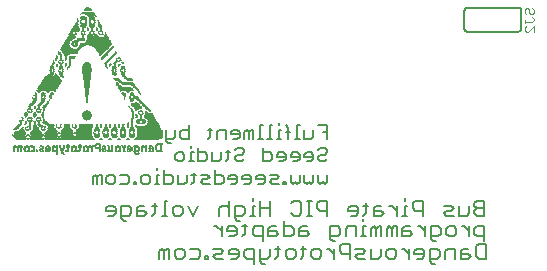
<source format=gbo>
G75*
G70*
%OFA0B0*%
%FSLAX24Y24*%
%IPPOS*%
%LPD*%
%AMOC8*
5,1,8,0,0,1.08239X$1,22.5*
%
%ADD10C,0.0050*%
%ADD11C,0.0060*%
%ADD12C,0.0030*%
%ADD13R,0.0150X0.0010*%
%ADD14R,0.0070X0.0010*%
%ADD15R,0.0160X0.0010*%
%ADD16R,0.0080X0.0010*%
%ADD17R,0.0170X0.0010*%
%ADD18R,0.0090X0.0010*%
%ADD19R,0.0040X0.0010*%
%ADD20R,0.0100X0.0010*%
%ADD21R,0.0010X0.0010*%
%ADD22R,0.0060X0.0010*%
%ADD23R,0.0130X0.0010*%
%ADD24R,0.0050X0.0010*%
%ADD25R,0.0110X0.0010*%
%ADD26R,0.0140X0.0010*%
%ADD27R,0.0120X0.0010*%
%ADD28R,0.0190X0.0010*%
%ADD29R,0.0180X0.0010*%
%ADD30R,0.0210X0.0010*%
%ADD31R,0.0220X0.0010*%
%ADD32R,0.0200X0.0010*%
%ADD33R,0.0030X0.0010*%
%ADD34R,0.0020X0.0010*%
%ADD35R,0.0310X0.0010*%
%ADD36R,0.0780X0.0010*%
%ADD37R,0.1640X0.0010*%
%ADD38R,0.0380X0.0010*%
%ADD39R,0.0260X0.0010*%
%ADD40R,0.0800X0.0010*%
%ADD41R,0.1610X0.0010*%
%ADD42R,0.0360X0.0010*%
%ADD43R,0.0290X0.0010*%
%ADD44R,0.0820X0.0010*%
%ADD45R,0.1590X0.0010*%
%ADD46R,0.0340X0.0010*%
%ADD47R,0.0840X0.0010*%
%ADD48R,0.1570X0.0010*%
%ADD49R,0.0330X0.0010*%
%ADD50R,0.0320X0.0010*%
%ADD51R,0.1550X0.0010*%
%ADD52R,0.0300X0.0010*%
%ADD53R,0.0850X0.0010*%
%ADD54R,0.1080X0.0010*%
%ADD55R,0.0520X0.0010*%
%ADD56R,0.0450X0.0010*%
%ADD57R,0.0420X0.0010*%
%ADD58R,0.0540X0.0010*%
%ADD59R,0.0410X0.0010*%
%ADD60R,0.0430X0.0010*%
%ADD61R,0.0860X0.0010*%
%ADD62R,0.0530X0.0010*%
%ADD63R,0.0390X0.0010*%
%ADD64R,0.0510X0.0010*%
%ADD65R,0.0400X0.0010*%
%ADD66R,0.0500X0.0010*%
%ADD67R,0.0480X0.0010*%
%ADD68R,0.0370X0.0010*%
%ADD69R,0.0440X0.0010*%
%ADD70R,0.0870X0.0010*%
%ADD71R,0.0350X0.0010*%
%ADD72R,0.0490X0.0010*%
%ADD73R,0.0230X0.0010*%
%ADD74R,0.0270X0.0010*%
%ADD75R,0.0240X0.0010*%
%ADD76R,0.0830X0.0010*%
%ADD77R,0.0280X0.0010*%
%ADD78R,0.0810X0.0010*%
%ADD79R,0.0470X0.0010*%
%ADD80R,0.0250X0.0010*%
%ADD81R,0.0460X0.0010*%
%ADD82R,0.0640X0.0010*%
%ADD83R,0.0630X0.0010*%
%ADD84R,0.0620X0.0010*%
%ADD85R,0.0610X0.0010*%
%ADD86R,0.0590X0.0010*%
%ADD87R,0.0580X0.0010*%
%ADD88R,0.0560X0.0010*%
%ADD89R,0.0550X0.0010*%
%ADD90R,0.0570X0.0010*%
%ADD91R,0.0650X0.0010*%
%ADD92R,0.0680X0.0010*%
%ADD93R,0.0720X0.0010*%
%ADD94R,0.1060X0.0010*%
%ADD95R,0.1070X0.0010*%
%ADD96R,0.1050X0.0010*%
%ADD97R,0.0920X0.0010*%
%ADD98R,0.0890X0.0010*%
%ADD99R,0.0770X0.0010*%
%ADD100R,0.0760X0.0010*%
%ADD101R,0.0750X0.0010*%
%ADD102R,0.0740X0.0010*%
%ADD103R,0.0730X0.0010*%
D10*
X007804Y008424D02*
X007804Y008649D01*
X007879Y008724D01*
X007954Y008649D01*
X007954Y008424D01*
X008105Y008424D02*
X008105Y008724D01*
X008030Y008724D01*
X007954Y008649D01*
X008265Y008649D02*
X008265Y008499D01*
X008340Y008424D01*
X008490Y008424D01*
X008565Y008499D01*
X008565Y008649D01*
X008490Y008724D01*
X008340Y008724D01*
X008265Y008649D01*
X008725Y008724D02*
X008950Y008724D01*
X009025Y008649D01*
X009025Y008499D01*
X008950Y008424D01*
X008725Y008424D01*
X009180Y008424D02*
X009255Y008424D01*
X009255Y008499D01*
X009180Y008499D01*
X009180Y008424D01*
X009416Y008499D02*
X009416Y008649D01*
X009491Y008724D01*
X009641Y008724D01*
X009716Y008649D01*
X009716Y008499D01*
X009641Y008424D01*
X009491Y008424D01*
X009416Y008499D01*
X009873Y008424D02*
X010023Y008424D01*
X009948Y008424D02*
X009948Y008724D01*
X010023Y008724D01*
X010183Y008724D02*
X010408Y008724D01*
X010483Y008649D01*
X010483Y008499D01*
X010408Y008424D01*
X010183Y008424D01*
X010183Y008874D01*
X009948Y008874D02*
X009948Y008949D01*
X010566Y009249D02*
X010566Y009399D01*
X010642Y009474D01*
X010792Y009474D01*
X010867Y009399D01*
X010867Y009249D01*
X010792Y009174D01*
X010642Y009174D01*
X010566Y009249D01*
X011023Y009174D02*
X011174Y009174D01*
X011099Y009174D02*
X011099Y009474D01*
X011174Y009474D01*
X011334Y009474D02*
X011559Y009474D01*
X011634Y009399D01*
X011634Y009249D01*
X011559Y009174D01*
X011334Y009174D01*
X011334Y009624D01*
X011099Y009624D02*
X011099Y009699D01*
X011020Y009924D02*
X010795Y009924D01*
X010720Y009999D01*
X010720Y010149D01*
X010795Y010224D01*
X011020Y010224D01*
X011020Y010374D02*
X011020Y009924D01*
X010560Y009999D02*
X010485Y009924D01*
X010260Y009924D01*
X010260Y009848D02*
X010335Y009773D01*
X010410Y009773D01*
X010260Y009848D02*
X010260Y010224D01*
X010560Y010224D02*
X010560Y009999D01*
X011637Y009924D02*
X011712Y009999D01*
X011712Y010299D01*
X011787Y010224D02*
X011637Y010224D01*
X011948Y010149D02*
X011948Y009924D01*
X012248Y009924D02*
X012248Y010224D01*
X012023Y010224D01*
X011948Y010149D01*
X012408Y010149D02*
X012408Y010074D01*
X012708Y010074D01*
X012708Y009999D02*
X012708Y010149D01*
X012633Y010224D01*
X012483Y010224D01*
X012408Y010149D01*
X012633Y009924D02*
X012708Y009999D01*
X012633Y009924D02*
X012483Y009924D01*
X012636Y009624D02*
X012561Y009549D01*
X012636Y009624D02*
X012786Y009624D01*
X012862Y009549D01*
X012862Y009474D01*
X012786Y009399D01*
X012636Y009399D01*
X012561Y009324D01*
X012561Y009249D01*
X012636Y009174D01*
X012786Y009174D01*
X012862Y009249D01*
X012401Y009474D02*
X012251Y009474D01*
X012326Y009549D02*
X012326Y009249D01*
X012251Y009174D01*
X012094Y009249D02*
X012019Y009174D01*
X011794Y009174D01*
X011794Y009474D01*
X012094Y009474D02*
X012094Y009249D01*
X011871Y008874D02*
X011871Y008424D01*
X012096Y008424D01*
X012171Y008499D01*
X012171Y008649D01*
X012096Y008724D01*
X011871Y008724D01*
X011711Y008649D02*
X011636Y008724D01*
X011410Y008724D01*
X011250Y008724D02*
X011100Y008724D01*
X011175Y008799D02*
X011175Y008499D01*
X011100Y008424D01*
X010943Y008499D02*
X010868Y008424D01*
X010643Y008424D01*
X010643Y008724D01*
X010943Y008724D02*
X010943Y008499D01*
X011410Y008499D02*
X011486Y008574D01*
X011636Y008574D01*
X011711Y008649D01*
X011711Y008424D02*
X011486Y008424D01*
X011410Y008499D01*
X012331Y008574D02*
X012631Y008574D01*
X012631Y008649D02*
X012556Y008724D01*
X012406Y008724D01*
X012331Y008649D01*
X012331Y008574D01*
X012406Y008424D02*
X012556Y008424D01*
X012631Y008499D01*
X012631Y008649D01*
X012791Y008649D02*
X012791Y008574D01*
X013092Y008574D01*
X013092Y008649D02*
X013017Y008724D01*
X012867Y008724D01*
X012791Y008649D01*
X012867Y008424D02*
X013017Y008424D01*
X013092Y008499D01*
X013092Y008649D01*
X013252Y008649D02*
X013327Y008724D01*
X013477Y008724D01*
X013552Y008649D01*
X013552Y008499D01*
X013477Y008424D01*
X013327Y008424D01*
X013252Y008574D02*
X013552Y008574D01*
X013712Y008499D02*
X013787Y008574D01*
X013937Y008574D01*
X014012Y008649D01*
X013937Y008724D01*
X013712Y008724D01*
X013712Y008499D02*
X013787Y008424D01*
X014012Y008424D01*
X014168Y008424D02*
X014243Y008424D01*
X014243Y008499D01*
X014168Y008499D01*
X014168Y008424D01*
X014403Y008499D02*
X014403Y008724D01*
X014403Y008499D02*
X014478Y008424D01*
X014553Y008499D01*
X014628Y008424D01*
X014703Y008499D01*
X014703Y008724D01*
X014863Y008724D02*
X014863Y008499D01*
X014938Y008424D01*
X015013Y008499D01*
X015088Y008424D01*
X015163Y008499D01*
X015163Y008724D01*
X015323Y008724D02*
X015323Y008499D01*
X015399Y008424D01*
X015474Y008499D01*
X015549Y008424D01*
X015624Y008499D01*
X015624Y008724D01*
X015549Y009174D02*
X015399Y009174D01*
X015323Y009249D01*
X015323Y009324D01*
X015399Y009399D01*
X015549Y009399D01*
X015624Y009474D01*
X015624Y009549D01*
X015549Y009624D01*
X015399Y009624D01*
X015323Y009549D01*
X015163Y009399D02*
X015088Y009474D01*
X014938Y009474D01*
X014863Y009399D01*
X014863Y009324D01*
X015163Y009324D01*
X015163Y009249D02*
X015163Y009399D01*
X015163Y009249D02*
X015088Y009174D01*
X014938Y009174D01*
X014703Y009249D02*
X014703Y009399D01*
X014628Y009474D01*
X014478Y009474D01*
X014403Y009399D01*
X014403Y009324D01*
X014703Y009324D01*
X014703Y009249D02*
X014628Y009174D01*
X014478Y009174D01*
X014243Y009249D02*
X014243Y009399D01*
X014168Y009474D01*
X014017Y009474D01*
X013942Y009399D01*
X013942Y009324D01*
X014243Y009324D01*
X014243Y009249D02*
X014168Y009174D01*
X014017Y009174D01*
X013782Y009249D02*
X013782Y009399D01*
X013707Y009474D01*
X013482Y009474D01*
X013482Y009624D02*
X013482Y009174D01*
X013707Y009174D01*
X013782Y009249D01*
X013782Y009924D02*
X013632Y009924D01*
X013707Y009924D02*
X013707Y010374D01*
X013782Y010374D01*
X014014Y010374D02*
X014014Y010449D01*
X014246Y010374D02*
X014321Y010299D01*
X014321Y009924D01*
X014089Y009924D02*
X013939Y009924D01*
X014014Y009924D02*
X014014Y010224D01*
X014089Y010224D01*
X014246Y010149D02*
X014396Y010149D01*
X014628Y010374D02*
X014628Y009924D01*
X014703Y009924D02*
X014553Y009924D01*
X014863Y009924D02*
X014863Y010224D01*
X014703Y010374D02*
X014628Y010374D01*
X015163Y010224D02*
X015163Y009999D01*
X015088Y009924D01*
X014863Y009924D01*
X015323Y010374D02*
X015624Y010374D01*
X015624Y009924D01*
X015624Y010149D02*
X015474Y010149D01*
X015624Y009249D02*
X015549Y009174D01*
X013475Y009924D02*
X013325Y009924D01*
X013400Y009924D02*
X013400Y010374D01*
X013475Y010374D01*
X013169Y010224D02*
X013093Y010224D01*
X013018Y010149D01*
X012943Y010224D01*
X012868Y010149D01*
X012868Y009924D01*
X013018Y009924D02*
X013018Y010149D01*
X013169Y010224D02*
X013169Y009924D01*
X013252Y008649D02*
X013252Y008574D01*
D11*
X010027Y006179D02*
X010027Y005929D01*
X010194Y005929D02*
X010194Y006179D01*
X010111Y006262D01*
X010027Y006179D01*
X010194Y006179D02*
X010277Y006262D01*
X010361Y006262D01*
X010361Y005929D01*
X010543Y006012D02*
X010543Y006179D01*
X010626Y006262D01*
X010793Y006262D01*
X010876Y006179D01*
X010876Y006012D01*
X010793Y005929D01*
X010626Y005929D01*
X010543Y006012D01*
X011058Y005929D02*
X011309Y005929D01*
X011392Y006012D01*
X011392Y006179D01*
X011309Y006262D01*
X011058Y006262D01*
X011566Y006012D02*
X011566Y005929D01*
X011650Y005929D01*
X011650Y006012D01*
X011566Y006012D01*
X011832Y006012D02*
X011915Y006095D01*
X012082Y006095D01*
X012165Y006179D01*
X012082Y006262D01*
X011832Y006262D01*
X011832Y006012D02*
X011915Y005929D01*
X012165Y005929D01*
X012348Y006095D02*
X012681Y006095D01*
X012681Y006012D02*
X012598Y005929D01*
X012431Y005929D01*
X012348Y006095D02*
X012348Y006179D01*
X012431Y006262D01*
X012598Y006262D01*
X012681Y006179D01*
X012681Y006012D01*
X012863Y006012D02*
X012947Y005929D01*
X013197Y005929D01*
X013197Y005762D02*
X013197Y006262D01*
X012947Y006262D01*
X012863Y006179D01*
X012863Y006012D01*
X013379Y005929D02*
X013629Y005929D01*
X013712Y006012D01*
X013712Y006262D01*
X013889Y006262D02*
X014056Y006262D01*
X013973Y006346D02*
X013973Y006012D01*
X013889Y005929D01*
X013546Y005762D02*
X013462Y005762D01*
X013379Y005845D01*
X013379Y006262D01*
X013478Y006512D02*
X013478Y007012D01*
X013228Y007012D01*
X013144Y006929D01*
X013144Y006762D01*
X013228Y006679D01*
X013478Y006679D01*
X013660Y006679D02*
X013660Y006929D01*
X013743Y007012D01*
X013910Y007012D01*
X013910Y006845D02*
X013660Y006845D01*
X013660Y006679D02*
X013910Y006679D01*
X013994Y006762D01*
X013910Y006845D01*
X014176Y006679D02*
X014426Y006679D01*
X014509Y006762D01*
X014509Y006929D01*
X014426Y007012D01*
X014176Y007012D01*
X014176Y007179D02*
X014176Y006679D01*
X014691Y006679D02*
X014941Y006679D01*
X015025Y006762D01*
X014941Y006845D01*
X014691Y006845D01*
X014691Y006929D02*
X014691Y006679D01*
X014691Y006929D02*
X014775Y007012D01*
X014941Y007012D01*
X014944Y007366D02*
X015111Y007366D01*
X015027Y007366D02*
X015027Y007866D01*
X014944Y007866D02*
X015111Y007866D01*
X015293Y007783D02*
X015293Y007616D01*
X015376Y007533D01*
X015626Y007533D01*
X015626Y007366D02*
X015626Y007866D01*
X015376Y007866D01*
X015293Y007783D01*
X014767Y007783D02*
X014767Y007449D01*
X014684Y007366D01*
X014517Y007366D01*
X014434Y007449D01*
X014434Y007783D02*
X014517Y007866D01*
X014684Y007866D01*
X014767Y007783D01*
X013736Y007866D02*
X013736Y007366D01*
X013402Y007366D02*
X013402Y007866D01*
X013220Y007700D02*
X013137Y007700D01*
X013137Y007366D01*
X013220Y007366D02*
X013053Y007366D01*
X012876Y007449D02*
X012793Y007366D01*
X012543Y007366D01*
X012543Y007283D02*
X012543Y007700D01*
X012793Y007700D01*
X012876Y007616D01*
X012876Y007449D01*
X012710Y007199D02*
X012626Y007199D01*
X012543Y007283D01*
X012361Y007366D02*
X012361Y007866D01*
X012277Y007700D02*
X012111Y007700D01*
X012027Y007616D01*
X012027Y007366D01*
X012103Y007012D02*
X012103Y006679D01*
X012103Y006845D02*
X011936Y007012D01*
X011853Y007012D01*
X012285Y006929D02*
X012285Y006845D01*
X012619Y006845D01*
X012619Y006762D02*
X012619Y006929D01*
X012535Y007012D01*
X012368Y007012D01*
X012285Y006929D01*
X012368Y006679D02*
X012535Y006679D01*
X012619Y006762D01*
X012796Y006679D02*
X012879Y006762D01*
X012879Y007096D01*
X012962Y007012D02*
X012796Y007012D01*
X012361Y007616D02*
X012277Y007700D01*
X011330Y007700D02*
X011163Y007366D01*
X010996Y007700D01*
X010814Y007616D02*
X010814Y007449D01*
X010731Y007366D01*
X010564Y007366D01*
X010480Y007449D01*
X010480Y007616D01*
X010564Y007700D01*
X010731Y007700D01*
X010814Y007616D01*
X010298Y007366D02*
X010132Y007366D01*
X010215Y007366D02*
X010215Y007866D01*
X010298Y007866D01*
X009955Y007700D02*
X009788Y007700D01*
X009871Y007783D02*
X009871Y007449D01*
X009788Y007366D01*
X009611Y007449D02*
X009527Y007533D01*
X009277Y007533D01*
X009277Y007616D02*
X009277Y007366D01*
X009527Y007366D01*
X009611Y007449D01*
X009527Y007700D02*
X009361Y007700D01*
X009277Y007616D01*
X009095Y007616D02*
X009095Y007449D01*
X009012Y007366D01*
X008762Y007366D01*
X008762Y007283D02*
X008762Y007700D01*
X009012Y007700D01*
X009095Y007616D01*
X008762Y007283D02*
X008845Y007199D01*
X008928Y007199D01*
X008580Y007449D02*
X008496Y007366D01*
X008329Y007366D01*
X008246Y007533D02*
X008580Y007533D01*
X008580Y007616D02*
X008580Y007449D01*
X008580Y007616D02*
X008496Y007700D01*
X008329Y007700D01*
X008246Y007616D01*
X008246Y007533D01*
X013137Y007866D02*
X013137Y007950D01*
X013402Y007616D02*
X013736Y007616D01*
X014832Y006346D02*
X014832Y006012D01*
X014749Y005929D01*
X014572Y006012D02*
X014488Y005929D01*
X014322Y005929D01*
X014238Y006012D01*
X014238Y006179D01*
X014322Y006262D01*
X014488Y006262D01*
X014572Y006179D01*
X014572Y006012D01*
X014749Y006262D02*
X014915Y006262D01*
X015098Y006179D02*
X015181Y006262D01*
X015348Y006262D01*
X015431Y006179D01*
X015431Y006012D01*
X015348Y005929D01*
X015181Y005929D01*
X015098Y006012D01*
X015098Y006179D01*
X015611Y006262D02*
X015694Y006262D01*
X015861Y006095D01*
X015861Y005929D02*
X015861Y006262D01*
X016043Y006179D02*
X016126Y006095D01*
X016376Y006095D01*
X016376Y005929D02*
X016376Y006429D01*
X016126Y006429D01*
X016043Y006346D01*
X016043Y006179D01*
X015889Y006512D02*
X015806Y006512D01*
X015723Y006595D01*
X015723Y007012D01*
X015973Y007012D01*
X016056Y006929D01*
X016056Y006762D01*
X015973Y006679D01*
X015723Y006679D01*
X016238Y006679D02*
X016238Y006929D01*
X016322Y007012D01*
X016572Y007012D01*
X016572Y006679D01*
X016749Y006679D02*
X016916Y006679D01*
X016832Y006679D02*
X016832Y007012D01*
X016916Y007012D01*
X016832Y007179D02*
X016832Y007262D01*
X016835Y007366D02*
X016918Y007449D01*
X016918Y007783D01*
X017001Y007700D02*
X016835Y007700D01*
X016658Y007616D02*
X016658Y007449D01*
X016574Y007366D01*
X016408Y007366D01*
X016324Y007533D02*
X016658Y007533D01*
X016658Y007616D02*
X016574Y007700D01*
X016408Y007700D01*
X016324Y007616D01*
X016324Y007533D01*
X017184Y007533D02*
X017434Y007533D01*
X017517Y007449D01*
X017434Y007366D01*
X017184Y007366D01*
X017184Y007616D01*
X017267Y007700D01*
X017434Y007700D01*
X017697Y007700D02*
X017780Y007700D01*
X017947Y007533D01*
X017947Y007366D02*
X017947Y007700D01*
X018207Y007700D02*
X018207Y007366D01*
X018124Y007366D02*
X018291Y007366D01*
X018473Y007616D02*
X018556Y007533D01*
X018806Y007533D01*
X018806Y007366D02*
X018806Y007866D01*
X018556Y007866D01*
X018473Y007783D01*
X018473Y007616D01*
X018291Y007700D02*
X018207Y007700D01*
X018207Y007866D02*
X018207Y007950D01*
X019504Y007700D02*
X019754Y007700D01*
X019837Y007616D01*
X019754Y007533D01*
X019587Y007533D01*
X019504Y007449D01*
X019587Y007366D01*
X019837Y007366D01*
X020019Y007366D02*
X020019Y007700D01*
X020019Y007366D02*
X020270Y007366D01*
X020353Y007449D01*
X020353Y007700D01*
X020535Y007700D02*
X020618Y007616D01*
X020869Y007616D01*
X020869Y007366D02*
X020869Y007866D01*
X020618Y007866D01*
X020535Y007783D01*
X020535Y007700D01*
X020618Y007616D02*
X020535Y007533D01*
X020535Y007449D01*
X020618Y007366D01*
X020869Y007366D01*
X020869Y007012D02*
X020618Y007012D01*
X020535Y006929D01*
X020535Y006762D01*
X020618Y006679D01*
X020869Y006679D01*
X020869Y006512D02*
X020869Y007012D01*
X020353Y007012D02*
X020353Y006679D01*
X020353Y006845D02*
X020186Y007012D01*
X020103Y007012D01*
X019923Y006929D02*
X019923Y006762D01*
X019840Y006679D01*
X019673Y006679D01*
X019590Y006762D01*
X019590Y006929D01*
X019673Y007012D01*
X019840Y007012D01*
X019923Y006929D01*
X019408Y006929D02*
X019408Y006762D01*
X019324Y006679D01*
X019074Y006679D01*
X019074Y006595D02*
X019074Y007012D01*
X019324Y007012D01*
X019408Y006929D01*
X019241Y006512D02*
X019158Y006512D01*
X019074Y006595D01*
X018892Y006679D02*
X018892Y007012D01*
X018892Y006845D02*
X018725Y007012D01*
X018642Y007012D01*
X018379Y007012D02*
X018212Y007012D01*
X018129Y006929D01*
X018129Y006679D01*
X018379Y006679D01*
X018462Y006762D01*
X018379Y006845D01*
X018129Y006845D01*
X017947Y006679D02*
X017947Y007012D01*
X017863Y007012D01*
X017780Y006929D01*
X017697Y007012D01*
X017613Y006929D01*
X017613Y006679D01*
X017780Y006679D02*
X017780Y006929D01*
X017431Y007012D02*
X017431Y006679D01*
X017264Y006679D02*
X017264Y006929D01*
X017181Y007012D01*
X017098Y006929D01*
X017098Y006679D01*
X017264Y006929D02*
X017348Y007012D01*
X017431Y007012D01*
X017408Y006262D02*
X017408Y006012D01*
X017324Y005929D01*
X017074Y005929D01*
X017074Y006262D01*
X016892Y006179D02*
X016809Y006095D01*
X016642Y006095D01*
X016558Y006012D01*
X016642Y005929D01*
X016892Y005929D01*
X016892Y006179D02*
X016809Y006262D01*
X016558Y006262D01*
X017590Y006179D02*
X017590Y006012D01*
X017673Y005929D01*
X017840Y005929D01*
X017923Y006012D01*
X017923Y006179D01*
X017840Y006262D01*
X017673Y006262D01*
X017590Y006179D01*
X018103Y006262D02*
X018186Y006262D01*
X018353Y006095D01*
X018353Y005929D02*
X018353Y006262D01*
X018535Y006179D02*
X018535Y006095D01*
X018869Y006095D01*
X018869Y006012D02*
X018869Y006179D01*
X018785Y006262D01*
X018618Y006262D01*
X018535Y006179D01*
X018618Y005929D02*
X018785Y005929D01*
X018869Y006012D01*
X019051Y005929D02*
X019301Y005929D01*
X019384Y006012D01*
X019384Y006179D01*
X019301Y006262D01*
X019051Y006262D01*
X019051Y005845D01*
X019134Y005762D01*
X019217Y005762D01*
X019566Y005929D02*
X019566Y006179D01*
X019650Y006262D01*
X019900Y006262D01*
X019900Y005929D01*
X020082Y005929D02*
X020332Y005929D01*
X020416Y006012D01*
X020332Y006095D01*
X020082Y006095D01*
X020082Y006179D02*
X020082Y005929D01*
X020082Y006179D02*
X020165Y006262D01*
X020332Y006262D01*
X020598Y006346D02*
X020681Y006429D01*
X020931Y006429D01*
X020931Y005929D01*
X020681Y005929D01*
X020598Y006012D01*
X020598Y006346D01*
X020299Y013499D02*
X021999Y013499D01*
X022016Y013501D01*
X022033Y013505D01*
X022049Y013512D01*
X022063Y013522D01*
X022076Y013535D01*
X022086Y013549D01*
X022093Y013565D01*
X022097Y013582D01*
X022099Y013599D01*
X022099Y014199D01*
X022097Y014216D01*
X022093Y014233D01*
X022086Y014249D01*
X022076Y014263D01*
X022063Y014276D01*
X022049Y014286D01*
X022033Y014293D01*
X022016Y014297D01*
X021999Y014299D01*
X020299Y014299D01*
X020282Y014297D01*
X020265Y014293D01*
X020249Y014286D01*
X020235Y014276D01*
X020222Y014263D01*
X020212Y014249D01*
X020205Y014233D01*
X020201Y014216D01*
X020199Y014199D01*
X020199Y013599D01*
X020201Y013582D01*
X020205Y013565D01*
X020212Y013549D01*
X020222Y013535D01*
X020235Y013522D01*
X020249Y013512D01*
X020265Y013505D01*
X020282Y013501D01*
X020299Y013499D01*
D12*
X022218Y013537D02*
X022218Y013633D01*
X022267Y013682D01*
X022218Y013783D02*
X022218Y013880D01*
X022218Y013831D02*
X022460Y013831D01*
X022509Y013880D01*
X022509Y013928D01*
X022460Y013976D01*
X022460Y014078D02*
X022509Y014126D01*
X022509Y014223D01*
X022460Y014271D01*
X022364Y014223D02*
X022364Y014126D01*
X022412Y014078D01*
X022460Y014078D01*
X022364Y014223D02*
X022315Y014271D01*
X022267Y014271D01*
X022218Y014223D01*
X022218Y014126D01*
X022267Y014078D01*
X022509Y013682D02*
X022315Y013488D01*
X022267Y013488D01*
X022218Y013537D01*
X022509Y013488D02*
X022509Y013682D01*
D13*
X010059Y009749D03*
X009769Y009649D03*
X009759Y009639D03*
X009289Y009399D03*
X008979Y009879D03*
X008829Y009969D03*
X008829Y009979D03*
X008829Y010249D03*
X008539Y010249D03*
X008239Y010249D03*
X008239Y009979D03*
X008239Y009969D03*
X008389Y009879D03*
X008649Y009649D03*
X008649Y009489D03*
X008189Y009499D03*
X007579Y009489D03*
X007179Y009649D03*
X006309Y009489D03*
X005809Y009499D03*
X005609Y009489D03*
X005609Y009649D03*
X005439Y010189D03*
X005679Y010319D03*
X005689Y010329D03*
X005899Y010309D03*
X006209Y010459D03*
X005879Y010689D03*
X005579Y010689D03*
X005579Y010699D03*
X005579Y010709D03*
X005579Y010719D03*
X006169Y011189D03*
X006169Y011199D03*
X006169Y011209D03*
X006169Y011219D03*
X006169Y011229D03*
X006169Y011239D03*
X006169Y011349D03*
X006169Y011359D03*
X006169Y011369D03*
X006169Y011379D03*
X006169Y011389D03*
X006169Y011399D03*
X006319Y011499D03*
X006759Y012079D03*
X006759Y012089D03*
X006759Y012099D03*
X006759Y012109D03*
X006759Y012119D03*
X006759Y012129D03*
X006759Y012239D03*
X006759Y012249D03*
X006759Y012259D03*
X006759Y012269D03*
X006759Y012279D03*
X006469Y012279D03*
X006939Y012719D03*
X007319Y012899D03*
X007439Y012999D03*
X008079Y012759D03*
X008639Y012479D03*
X008649Y012489D03*
X008659Y012499D03*
X008539Y012279D03*
X008539Y012269D03*
X008539Y012089D03*
X008829Y012089D03*
X008829Y012099D03*
X008829Y012109D03*
X008829Y012119D03*
X008829Y012129D03*
X008829Y012079D03*
X008829Y012239D03*
X008829Y012249D03*
X008829Y012259D03*
X008829Y012269D03*
X008829Y012279D03*
X008979Y011499D03*
X009249Y011289D03*
X007629Y011539D03*
X007629Y010549D03*
X007949Y010249D03*
X009129Y010249D03*
X008249Y013309D03*
X007799Y013969D03*
X007499Y013969D03*
X007649Y014259D03*
X007259Y013669D03*
D14*
X007299Y013799D03*
X007439Y013869D03*
X007569Y013869D03*
X007569Y013749D03*
X007729Y013749D03*
X007729Y013869D03*
X007859Y013869D03*
X007879Y014019D03*
X007799Y014019D03*
X007799Y014009D03*
X007499Y013999D03*
X008029Y013749D03*
X008089Y013609D03*
X008089Y013599D03*
X008089Y013589D03*
X008089Y013579D03*
X008089Y013569D03*
X008089Y013559D03*
X008089Y013549D03*
X008089Y013539D03*
X008089Y013529D03*
X008089Y013519D03*
X007939Y013589D03*
X007799Y013599D03*
X007799Y013609D03*
X007799Y013569D03*
X007799Y013559D03*
X007799Y013549D03*
X007799Y013539D03*
X007799Y013529D03*
X007649Y013529D03*
X007649Y013579D03*
X007649Y013589D03*
X007679Y013369D03*
X007799Y013359D03*
X007799Y013349D03*
X007799Y013339D03*
X007919Y013369D03*
X008259Y013359D03*
X008069Y012709D03*
X008249Y012399D03*
X008389Y012359D03*
X008389Y012349D03*
X008399Y012379D03*
X008539Y012379D03*
X008539Y012389D03*
X008539Y012369D03*
X008539Y012359D03*
X008539Y012349D03*
X008539Y012339D03*
X008539Y012329D03*
X008579Y012229D03*
X008489Y012229D03*
X008689Y012359D03*
X008699Y012379D03*
X008679Y012619D03*
X008609Y011779D03*
X008829Y011439D03*
X009299Y011549D03*
X009309Y011539D03*
X009269Y011119D03*
X009269Y010869D03*
X009129Y010859D03*
X009129Y010849D03*
X009119Y010879D03*
X009269Y010689D03*
X009419Y010689D03*
X009419Y010699D03*
X009419Y010679D03*
X009419Y010669D03*
X009419Y010659D03*
X009419Y010649D03*
X009419Y010639D03*
X009419Y010629D03*
X009419Y010619D03*
X009419Y010609D03*
X009419Y010599D03*
X009419Y010589D03*
X009419Y010579D03*
X009419Y010569D03*
X009269Y010339D03*
X009129Y010539D03*
X009129Y010549D03*
X008979Y010309D03*
X008829Y010309D03*
X008829Y010319D03*
X008829Y010329D03*
X008829Y010339D03*
X008829Y010349D03*
X008829Y010359D03*
X008829Y010369D03*
X008829Y010299D03*
X008829Y010289D03*
X008769Y010169D03*
X008589Y010169D03*
X008479Y010169D03*
X008539Y010289D03*
X008539Y010299D03*
X008539Y010309D03*
X008539Y010319D03*
X008539Y010329D03*
X008539Y010339D03*
X008539Y010349D03*
X008539Y010359D03*
X008539Y010369D03*
X008389Y010309D03*
X008239Y010309D03*
X008239Y010319D03*
X008239Y010329D03*
X008239Y010339D03*
X008239Y010349D03*
X008239Y010359D03*
X008239Y010369D03*
X008239Y010299D03*
X008239Y010289D03*
X008299Y010169D03*
X008089Y010309D03*
X007949Y010309D03*
X007949Y010319D03*
X007949Y010329D03*
X007949Y010339D03*
X007949Y010349D03*
X007949Y010359D03*
X007949Y010299D03*
X007949Y010289D03*
X007999Y010169D03*
X007889Y010169D03*
X008089Y009909D03*
X008039Y009699D03*
X008039Y009689D03*
X008039Y009679D03*
X008039Y009669D03*
X008039Y009659D03*
X008039Y009649D03*
X008039Y009639D03*
X008039Y009629D03*
X008039Y009619D03*
X008039Y009559D03*
X008039Y009549D03*
X008039Y009539D03*
X008039Y009529D03*
X008039Y009519D03*
X008039Y009509D03*
X008039Y009499D03*
X008039Y009489D03*
X008039Y009479D03*
X008039Y009469D03*
X008149Y009509D03*
X008149Y009539D03*
X008229Y009629D03*
X008339Y009629D03*
X008339Y009639D03*
X008339Y009649D03*
X008339Y009659D03*
X008339Y009619D03*
X008339Y009609D03*
X008339Y009599D03*
X008339Y009589D03*
X008339Y009579D03*
X008339Y009569D03*
X008339Y009559D03*
X008339Y009549D03*
X008339Y009539D03*
X008339Y009529D03*
X008429Y009469D03*
X008469Y009529D03*
X008469Y009539D03*
X008469Y009549D03*
X008469Y009559D03*
X008469Y009569D03*
X008469Y009579D03*
X008469Y009589D03*
X008469Y009599D03*
X008469Y009609D03*
X008469Y009619D03*
X008469Y009629D03*
X008469Y009639D03*
X008469Y009649D03*
X008469Y009659D03*
X008579Y009609D03*
X008579Y009599D03*
X008579Y009589D03*
X008579Y009579D03*
X008579Y009569D03*
X008579Y009559D03*
X008579Y009549D03*
X008579Y009539D03*
X008579Y009529D03*
X008589Y009519D03*
X008589Y009619D03*
X008709Y009619D03*
X008719Y009609D03*
X008719Y009599D03*
X008729Y009569D03*
X008729Y009559D03*
X008719Y009539D03*
X008719Y009529D03*
X008709Y009519D03*
X008869Y009519D03*
X008869Y009529D03*
X008869Y009539D03*
X008869Y009549D03*
X008869Y009559D03*
X008869Y009569D03*
X008869Y009579D03*
X008869Y009589D03*
X008869Y009599D03*
X008869Y009509D03*
X008869Y009499D03*
X008869Y009489D03*
X008869Y009479D03*
X009089Y009629D03*
X009209Y009609D03*
X009209Y009599D03*
X009209Y009589D03*
X009209Y009579D03*
X009209Y009569D03*
X009209Y009559D03*
X009209Y009549D03*
X009209Y009539D03*
X009209Y009479D03*
X009209Y009469D03*
X009219Y009449D03*
X009339Y009529D03*
X009349Y009539D03*
X009349Y009549D03*
X009349Y009559D03*
X009349Y009569D03*
X009349Y009579D03*
X009349Y009589D03*
X009349Y009599D03*
X009339Y009619D03*
X009289Y009669D03*
X009459Y009609D03*
X009459Y009599D03*
X009499Y009669D03*
X009589Y009599D03*
X009589Y009589D03*
X009589Y009579D03*
X009589Y009569D03*
X009589Y009559D03*
X009589Y009549D03*
X009589Y009539D03*
X009589Y009529D03*
X009589Y009519D03*
X009589Y009509D03*
X009589Y009499D03*
X009589Y009489D03*
X009589Y009479D03*
X009589Y009469D03*
X009709Y009519D03*
X009789Y009469D03*
X009819Y009549D03*
X009919Y009569D03*
X009919Y009579D03*
X009919Y009589D03*
X009919Y009599D03*
X009919Y009609D03*
X009919Y009619D03*
X009919Y009629D03*
X009919Y009639D03*
X009919Y009649D03*
X009929Y009669D03*
X009929Y009559D03*
X009929Y009549D03*
X010099Y009549D03*
X010099Y009559D03*
X010099Y009569D03*
X010099Y009579D03*
X010099Y009589D03*
X010099Y009599D03*
X010099Y009609D03*
X010099Y009619D03*
X010099Y009629D03*
X010099Y009639D03*
X010099Y009649D03*
X010099Y009659D03*
X010099Y009669D03*
X010099Y009679D03*
X010099Y009689D03*
X010099Y009699D03*
X010099Y009539D03*
X010099Y009529D03*
X010099Y009519D03*
X009709Y009619D03*
X009129Y009939D03*
X008979Y009909D03*
X008829Y009939D03*
X008679Y009909D03*
X008389Y009909D03*
X007899Y009689D03*
X007899Y009679D03*
X007899Y009669D03*
X007899Y009659D03*
X007899Y009649D03*
X007899Y009639D03*
X007909Y009629D03*
X007799Y009589D03*
X007799Y009579D03*
X007799Y009569D03*
X007799Y009559D03*
X007799Y009549D03*
X007799Y009539D03*
X007799Y009529D03*
X007799Y009519D03*
X007799Y009509D03*
X007799Y009499D03*
X007799Y009489D03*
X007799Y009479D03*
X007649Y009529D03*
X007649Y009539D03*
X007649Y009549D03*
X007649Y009559D03*
X007649Y009589D03*
X007649Y009599D03*
X007649Y009609D03*
X007639Y009619D03*
X007639Y009519D03*
X007519Y009519D03*
X007509Y009529D03*
X007509Y009539D03*
X007509Y009599D03*
X007509Y009609D03*
X007519Y009619D03*
X007389Y009529D03*
X007249Y009529D03*
X007249Y009539D03*
X007249Y009599D03*
X007249Y009609D03*
X007239Y009619D03*
X007119Y009619D03*
X007109Y009599D03*
X007109Y009589D03*
X007109Y009579D03*
X007109Y009559D03*
X007109Y009549D03*
X007109Y009539D03*
X007119Y009529D03*
X007119Y009519D03*
X006989Y009519D03*
X006989Y009529D03*
X006959Y009469D03*
X006839Y009399D03*
X006799Y009449D03*
X006789Y009469D03*
X006789Y009479D03*
X006829Y009579D03*
X006839Y009599D03*
X006839Y009609D03*
X006849Y009629D03*
X006849Y009639D03*
X006859Y009649D03*
X006859Y009659D03*
X006729Y009639D03*
X006729Y009629D03*
X006719Y009659D03*
X006719Y009669D03*
X006739Y009599D03*
X006619Y009599D03*
X006619Y009609D03*
X006619Y009589D03*
X006619Y009579D03*
X006619Y009569D03*
X006619Y009559D03*
X006619Y009549D03*
X006619Y009539D03*
X006619Y009529D03*
X006619Y009469D03*
X006619Y009459D03*
X006619Y009449D03*
X006619Y009439D03*
X006619Y009429D03*
X006619Y009419D03*
X006619Y009409D03*
X006619Y009399D03*
X006539Y009469D03*
X006479Y009539D03*
X006479Y009549D03*
X006479Y009559D03*
X006479Y009569D03*
X006479Y009579D03*
X006479Y009589D03*
X006479Y009599D03*
X006479Y009609D03*
X006489Y009619D03*
X006529Y009669D03*
X006379Y009549D03*
X006369Y009519D03*
X006259Y009629D03*
X006149Y009629D03*
X006069Y009539D03*
X006069Y009509D03*
X005969Y009509D03*
X005969Y009519D03*
X005969Y009499D03*
X005969Y009489D03*
X005869Y009549D03*
X005869Y009559D03*
X005869Y009569D03*
X005869Y009579D03*
X005869Y009589D03*
X005859Y009609D03*
X005859Y009529D03*
X005679Y009529D03*
X005679Y009539D03*
X005679Y009549D03*
X005669Y009519D03*
X005679Y009589D03*
X005679Y009599D03*
X005679Y009609D03*
X005669Y009619D03*
X005549Y009619D03*
X005539Y009609D03*
X005539Y009599D03*
X005539Y009539D03*
X005539Y009529D03*
X005549Y009519D03*
X005429Y009519D03*
X005429Y009529D03*
X005429Y009539D03*
X005429Y009549D03*
X005429Y009559D03*
X005429Y009569D03*
X005429Y009579D03*
X005429Y009589D03*
X005429Y009599D03*
X005429Y009609D03*
X005429Y009509D03*
X005429Y009499D03*
X005429Y009489D03*
X005429Y009479D03*
X005189Y009619D03*
X005219Y009669D03*
X005339Y009669D03*
X005649Y009879D03*
X005649Y010039D03*
X005469Y010259D03*
X005429Y010419D03*
X005429Y010429D03*
X005429Y010439D03*
X005429Y010449D03*
X005429Y010459D03*
X005429Y010469D03*
X005429Y010479D03*
X005579Y010459D03*
X005579Y010649D03*
X005579Y010759D03*
X005729Y010779D03*
X005729Y010629D03*
X006019Y010629D03*
X006139Y010679D03*
X006139Y010729D03*
X006199Y010909D03*
X006199Y010919D03*
X006019Y010929D03*
X006019Y010939D03*
X006019Y010949D03*
X006019Y010959D03*
X006019Y010969D03*
X006019Y010979D03*
X005879Y010969D03*
X005879Y010959D03*
X006289Y011079D03*
X006299Y011089D03*
X006309Y011109D03*
X006319Y011119D03*
X006169Y011439D03*
X006469Y012009D03*
X006469Y012019D03*
X006589Y012039D03*
X006589Y012049D03*
X006509Y012229D03*
X006419Y012229D03*
X006469Y012329D03*
X006469Y012339D03*
X006469Y012349D03*
X006469Y012359D03*
X006719Y012229D03*
X006759Y012329D03*
X006759Y012339D03*
X006759Y012349D03*
X006759Y012359D03*
X006759Y012369D03*
X006759Y012379D03*
X006759Y012389D03*
X006759Y012399D03*
X006759Y012549D03*
X006759Y012559D03*
X006759Y012569D03*
X006759Y012579D03*
X006759Y012589D03*
X006759Y012599D03*
X006759Y012609D03*
X006759Y012619D03*
X006759Y012629D03*
X006759Y012639D03*
X006759Y012649D03*
X006759Y012659D03*
X006759Y012669D03*
X006759Y012679D03*
X006759Y012689D03*
X006709Y012769D03*
X006619Y012619D03*
X006919Y012559D03*
X007059Y012559D03*
X007059Y012569D03*
X007059Y012579D03*
X007059Y012549D03*
X007059Y012539D03*
X007059Y012529D03*
X007059Y012519D03*
X007059Y012509D03*
X007059Y012499D03*
X007059Y012489D03*
X007059Y012479D03*
X007059Y012469D03*
X007059Y012459D03*
X007059Y012449D03*
X007059Y012439D03*
X007059Y012429D03*
X007059Y012419D03*
X007059Y012409D03*
X007059Y012399D03*
X006919Y012399D03*
X006919Y012389D03*
X006909Y012349D03*
X006339Y012049D03*
X006339Y012039D03*
X006809Y011969D03*
X007629Y011229D03*
X007629Y011219D03*
X007629Y011209D03*
X006199Y010509D03*
X006019Y010479D03*
X006019Y010469D03*
X006019Y010459D03*
X006019Y010449D03*
X006019Y010439D03*
X006019Y010429D03*
X006109Y010299D03*
X006169Y010039D03*
X006169Y009889D03*
X006169Y009879D03*
X006689Y009939D03*
X006689Y009959D03*
X006689Y010109D03*
X006689Y010259D03*
X007209Y010259D03*
X007199Y009949D03*
X007199Y009939D03*
X009069Y010169D03*
X009419Y010849D03*
X009599Y010789D03*
X009709Y010839D03*
X009719Y010829D03*
X007209Y012969D03*
X007269Y013049D03*
X007279Y013059D03*
X007279Y013069D03*
X007279Y013079D03*
X007269Y013089D03*
X007139Y013089D03*
X007139Y013049D03*
X007199Y013339D03*
X007199Y013349D03*
X007199Y013359D03*
X007199Y013519D03*
X007199Y013529D03*
X007199Y013539D03*
D15*
X007264Y013659D03*
X007504Y013649D03*
X007794Y013649D03*
X008244Y013299D03*
X008084Y012769D03*
X008534Y012259D03*
X008534Y012249D03*
X008534Y012239D03*
X008534Y012129D03*
X008534Y012119D03*
X008534Y012109D03*
X008534Y012099D03*
X007634Y011599D03*
X007634Y011589D03*
X007634Y011579D03*
X007634Y011569D03*
X007634Y011559D03*
X007634Y011549D03*
X006464Y012089D03*
X006464Y012099D03*
X006464Y012109D03*
X006464Y012119D03*
X006464Y012129D03*
X006464Y012239D03*
X006464Y012249D03*
X006464Y012259D03*
X006464Y012269D03*
X006024Y011499D03*
X005874Y011239D03*
X005874Y011229D03*
X005874Y011219D03*
X005874Y011209D03*
X005874Y011199D03*
X005874Y010709D03*
X005874Y010699D03*
X005904Y010299D03*
X005674Y010309D03*
X006214Y010449D03*
X006314Y010399D03*
X006314Y009639D03*
X006314Y009499D03*
X007184Y009489D03*
X007574Y009649D03*
X007994Y009579D03*
X007994Y009739D03*
X008094Y009879D03*
X007944Y009979D03*
X007944Y009989D03*
X007944Y010239D03*
X008244Y010239D03*
X008534Y010239D03*
X008534Y009989D03*
X008534Y009979D03*
X008684Y009879D03*
X008834Y010239D03*
X009124Y010239D03*
X009124Y010229D03*
X009124Y009989D03*
X009124Y009979D03*
X009034Y009639D03*
X009034Y009499D03*
X009034Y009489D03*
X009284Y009409D03*
X009754Y009579D03*
X009284Y010919D03*
X009124Y011199D03*
X009124Y011209D03*
X009124Y011219D03*
X009124Y011229D03*
X009124Y011239D03*
X009124Y011349D03*
X009124Y011359D03*
X009124Y011369D03*
X009124Y011379D03*
X009124Y011389D03*
X009254Y011279D03*
X007204Y012999D03*
X006974Y013149D03*
X006974Y013159D03*
X006984Y013169D03*
X006964Y013139D03*
X007074Y013339D03*
D16*
X007064Y013389D03*
X007204Y013369D03*
X007204Y013509D03*
X007324Y013509D03*
X007654Y013539D03*
X007654Y013549D03*
X007654Y013559D03*
X007654Y013569D03*
X007794Y013579D03*
X007794Y013589D03*
X007794Y013519D03*
X007794Y013509D03*
X007794Y013369D03*
X007944Y013539D03*
X007944Y013579D03*
X008094Y013619D03*
X008094Y013509D03*
X008094Y013369D03*
X008254Y013349D03*
X008034Y013729D03*
X008034Y013739D03*
X007794Y013999D03*
X007674Y014009D03*
X007294Y013789D03*
X007294Y013779D03*
X007264Y013099D03*
X007264Y013039D03*
X007144Y013039D03*
X007144Y013099D03*
X006754Y012699D03*
X006614Y012609D03*
X006614Y012599D03*
X006584Y012549D03*
X006614Y012379D03*
X006614Y012369D03*
X006614Y012359D03*
X006764Y012409D03*
X006914Y012379D03*
X006914Y012369D03*
X006914Y012359D03*
X006914Y012569D03*
X006804Y011979D03*
X006464Y012029D03*
X006314Y011469D03*
X006464Y011439D03*
X006304Y011099D03*
X006284Y011069D03*
X006274Y011059D03*
X006024Y010989D03*
X006024Y010919D03*
X006024Y010779D03*
X006134Y010719D03*
X006134Y010709D03*
X006134Y010699D03*
X006134Y010689D03*
X006204Y010499D03*
X006204Y010489D03*
X006024Y010489D03*
X006024Y010419D03*
X005874Y010419D03*
X005874Y010429D03*
X005874Y010439D03*
X005874Y010449D03*
X005874Y010459D03*
X005874Y010409D03*
X005874Y010399D03*
X005874Y010389D03*
X005724Y010389D03*
X005724Y010399D03*
X005724Y010409D03*
X005724Y010419D03*
X005724Y010429D03*
X005724Y010439D03*
X005724Y010449D03*
X005724Y010459D03*
X005724Y010469D03*
X005724Y010479D03*
X005724Y010379D03*
X005724Y010369D03*
X005724Y010359D03*
X005724Y010349D03*
X005724Y010339D03*
X005574Y010409D03*
X005424Y010409D03*
X005464Y010249D03*
X005654Y010189D03*
X005654Y009889D03*
X005854Y009619D03*
X005864Y009539D03*
X006144Y009599D03*
X006484Y009529D03*
X006494Y009519D03*
X006614Y009519D03*
X006614Y009619D03*
X006784Y009489D03*
X006814Y009439D03*
X006834Y009409D03*
X007134Y009509D03*
X007184Y009469D03*
X007234Y009509D03*
X007244Y009519D03*
X007354Y009469D03*
X007384Y009519D03*
X007114Y009609D03*
X007204Y009959D03*
X007204Y009969D03*
X007204Y010109D03*
X007944Y010279D03*
X008094Y010369D03*
X008384Y010369D03*
X008534Y010279D03*
X008684Y010309D03*
X008684Y010319D03*
X008684Y010369D03*
X009124Y010369D03*
X009124Y010379D03*
X009124Y010389D03*
X009124Y010399D03*
X009124Y010409D03*
X009124Y010419D03*
X009124Y010429D03*
X009124Y010439D03*
X009124Y010449D03*
X009124Y010459D03*
X009124Y010469D03*
X009124Y010479D03*
X009124Y010489D03*
X009124Y010499D03*
X009124Y010509D03*
X009124Y010519D03*
X009124Y010529D03*
X009124Y010359D03*
X009124Y010349D03*
X009124Y010339D03*
X009124Y010329D03*
X009124Y010319D03*
X009124Y010309D03*
X009124Y010299D03*
X009124Y010289D03*
X009124Y010279D03*
X009424Y010559D03*
X009274Y010629D03*
X009274Y010639D03*
X009274Y010649D03*
X009274Y010659D03*
X009274Y010669D03*
X009274Y010679D03*
X009604Y010779D03*
X009684Y010869D03*
X009694Y010859D03*
X009704Y010849D03*
X009124Y011149D03*
X009124Y011439D03*
X008974Y011469D03*
X009274Y011579D03*
X009284Y011569D03*
X009294Y011559D03*
X008624Y011759D03*
X008614Y011769D03*
X008694Y012369D03*
X008544Y012399D03*
X008394Y012369D03*
X008144Y012589D03*
X008594Y012769D03*
X008484Y012959D03*
X006024Y011469D03*
X005914Y011389D03*
X005874Y010949D03*
X005724Y010949D03*
X005724Y010959D03*
X005724Y010969D03*
X005724Y010979D03*
X005724Y010939D03*
X005724Y010929D03*
X005724Y010919D03*
X005874Y010749D03*
X005874Y010649D03*
X006174Y010189D03*
X006684Y009949D03*
X005554Y009509D03*
X005424Y009619D03*
X005304Y009609D03*
X007634Y010839D03*
X007634Y011239D03*
X007634Y011249D03*
X007634Y011259D03*
X007634Y011269D03*
X007914Y009699D03*
X007794Y009599D03*
X008224Y009599D03*
X008344Y009519D03*
X008464Y009519D03*
X008864Y009609D03*
X009034Y009669D03*
X009094Y009519D03*
X009214Y009529D03*
X009214Y009619D03*
X009344Y009609D03*
X009334Y009519D03*
X009224Y009439D03*
X009464Y009619D03*
X009584Y009609D03*
X009714Y009629D03*
X009804Y009559D03*
X009814Y009509D03*
X009714Y009509D03*
X009934Y009539D03*
X009944Y009529D03*
X009924Y009659D03*
X009934Y009679D03*
X009944Y009689D03*
D17*
X009759Y009569D03*
X009759Y009489D03*
X009279Y009419D03*
X008649Y009499D03*
X008649Y009639D03*
X007989Y009589D03*
X007579Y009639D03*
X007579Y009499D03*
X007179Y009499D03*
X007179Y009639D03*
X006569Y009479D03*
X005609Y009499D03*
X005609Y009639D03*
X005439Y010179D03*
X005909Y010289D03*
X006129Y010329D03*
X006139Y010319D03*
X006149Y010309D03*
X006239Y010429D03*
X006229Y010439D03*
X007629Y010819D03*
X007949Y010229D03*
X008239Y010229D03*
X008239Y010219D03*
X008239Y010009D03*
X008239Y009999D03*
X008239Y009989D03*
X008539Y009999D03*
X008539Y010229D03*
X008829Y010229D03*
X008829Y010219D03*
X008829Y010209D03*
X008829Y010019D03*
X008829Y010009D03*
X008829Y009999D03*
X008829Y009989D03*
X010049Y009479D03*
X009259Y011079D03*
X007629Y011609D03*
X007629Y011619D03*
X007629Y011629D03*
X007109Y012589D03*
X006949Y012729D03*
X006949Y013099D03*
X006949Y013109D03*
X006959Y013119D03*
X006959Y013129D03*
X006989Y013179D03*
X006999Y013189D03*
X007209Y013009D03*
X007449Y013009D03*
X007499Y013659D03*
X007259Y013649D03*
X007259Y013639D03*
X007499Y013959D03*
X007799Y013959D03*
X007799Y013659D03*
X007649Y014249D03*
D18*
X007849Y013739D03*
X007799Y013619D03*
X007799Y013499D03*
X007939Y013549D03*
X007939Y013559D03*
X007939Y013569D03*
X008089Y013499D03*
X008039Y013709D03*
X008039Y013719D03*
X007919Y013359D03*
X007499Y013359D03*
X007499Y013369D03*
X007499Y013349D03*
X007499Y013339D03*
X007499Y013329D03*
X007499Y013319D03*
X007499Y013309D03*
X007499Y013299D03*
X007499Y013289D03*
X007499Y013279D03*
X007499Y013269D03*
X007499Y013499D03*
X007499Y013509D03*
X007499Y013519D03*
X007499Y013529D03*
X007499Y013539D03*
X007499Y013549D03*
X007499Y013559D03*
X007499Y013569D03*
X007499Y013579D03*
X007499Y013589D03*
X007499Y013599D03*
X007499Y013609D03*
X007499Y013619D03*
X007449Y013739D03*
X007289Y013759D03*
X007289Y013769D03*
X007119Y013469D03*
X007109Y013449D03*
X007069Y013379D03*
X006709Y012759D03*
X006749Y012709D03*
X006909Y012659D03*
X006909Y012649D03*
X006909Y012639D03*
X006909Y012629D03*
X006909Y012619D03*
X006909Y012609D03*
X006909Y012599D03*
X006909Y012589D03*
X006909Y012579D03*
X006759Y012539D03*
X006609Y012579D03*
X006609Y012589D03*
X006599Y012569D03*
X006589Y012559D03*
X006469Y012319D03*
X006469Y012039D03*
X006589Y012029D03*
X006769Y012029D03*
X006759Y012319D03*
X006339Y012029D03*
X005909Y011379D03*
X005909Y011369D03*
X005869Y011149D03*
X005729Y010989D03*
X005729Y010789D03*
X005579Y010749D03*
X005579Y010659D03*
X005729Y010619D03*
X005729Y010489D03*
X005579Y010449D03*
X005579Y010439D03*
X005579Y010429D03*
X005579Y010419D03*
X005419Y010399D03*
X005429Y010489D03*
X005879Y010379D03*
X005879Y010369D03*
X006029Y010409D03*
X006039Y010389D03*
X006169Y010199D03*
X006169Y010029D03*
X006169Y009899D03*
X006099Y009669D03*
X006309Y009669D03*
X006689Y009969D03*
X006689Y010099D03*
X006689Y010269D03*
X006019Y010619D03*
X006199Y010929D03*
X006249Y011029D03*
X006259Y011039D03*
X006269Y011049D03*
X006169Y011149D03*
X006159Y011139D03*
X006029Y010999D03*
X005459Y010239D03*
X005649Y010029D03*
X005649Y009899D03*
X005609Y009669D03*
X005659Y009509D03*
X005609Y009469D03*
X005849Y009519D03*
X005299Y009619D03*
X005219Y009659D03*
X006789Y009509D03*
X006789Y009499D03*
X006829Y009419D03*
X006959Y009479D03*
X007359Y009479D03*
X007529Y009509D03*
X007579Y009469D03*
X007629Y009509D03*
X007629Y009629D03*
X007579Y009669D03*
X007529Y009629D03*
X007789Y009609D03*
X007919Y009619D03*
X008179Y009669D03*
X008089Y009899D03*
X008389Y009899D03*
X008649Y009669D03*
X008699Y009509D03*
X008649Y009469D03*
X008599Y009509D03*
X008429Y009479D03*
X008979Y009899D03*
X008829Y010279D03*
X008979Y010319D03*
X008979Y010329D03*
X008979Y010339D03*
X008979Y010349D03*
X008979Y010359D03*
X008979Y010369D03*
X008979Y010379D03*
X008979Y010389D03*
X008979Y010399D03*
X008979Y010409D03*
X008679Y010359D03*
X008679Y010349D03*
X008679Y010339D03*
X008679Y010329D03*
X008389Y010329D03*
X008389Y010339D03*
X008389Y010349D03*
X008389Y010359D03*
X008389Y010319D03*
X008239Y010279D03*
X008089Y010319D03*
X008089Y010329D03*
X008089Y010339D03*
X008089Y010349D03*
X008089Y010359D03*
X007179Y009669D03*
X009219Y009519D03*
X009299Y009479D03*
X009229Y009429D03*
X009499Y009659D03*
X009579Y009619D03*
X009789Y009479D03*
X009959Y009519D03*
X009419Y010709D03*
X009419Y010839D03*
X009609Y010769D03*
X009679Y010879D03*
X009669Y010889D03*
X009269Y011109D03*
X008859Y011349D03*
X008859Y011359D03*
X009259Y011599D03*
X009269Y011589D03*
X008839Y012029D03*
X008829Y012039D03*
X008829Y012319D03*
X008539Y012319D03*
X008549Y012409D03*
X008679Y012609D03*
X008589Y012759D03*
X008479Y012949D03*
X008069Y012719D03*
X008249Y012409D03*
X008539Y012039D03*
X008629Y011749D03*
X008639Y011739D03*
X008649Y011729D03*
X007629Y011299D03*
X007629Y011289D03*
X007629Y011279D03*
D19*
X007634Y011139D03*
X007634Y011129D03*
X006554Y011499D03*
X006404Y011319D03*
X006404Y011269D03*
X006404Y011259D03*
X006404Y011249D03*
X006404Y011239D03*
X006314Y011139D03*
X006224Y011259D03*
X006224Y011329D03*
X006114Y011329D03*
X006114Y011259D03*
X005934Y011259D03*
X005934Y011269D03*
X005934Y011319D03*
X005914Y011419D03*
X006024Y011449D03*
X005814Y011259D03*
X005874Y010929D03*
X005964Y010879D03*
X005974Y010889D03*
X005984Y010899D03*
X005964Y010819D03*
X005974Y010809D03*
X005874Y010769D03*
X005784Y010819D03*
X005774Y010809D03*
X005784Y010879D03*
X005764Y010899D03*
X005674Y010889D03*
X005684Y010809D03*
X006074Y010889D03*
X006184Y010859D03*
X006184Y010849D03*
X006184Y010839D03*
X006164Y010769D03*
X006154Y010649D03*
X006184Y010559D03*
X006184Y010549D03*
X006074Y010519D03*
X006064Y010509D03*
X005984Y010509D03*
X005964Y010529D03*
X005964Y010589D03*
X006064Y010599D03*
X005784Y010589D03*
X005784Y010519D03*
X005684Y010509D03*
X005674Y010519D03*
X005674Y010589D03*
X005684Y010599D03*
X005484Y010589D03*
X005474Y010599D03*
X005484Y010519D03*
X005394Y010509D03*
X005564Y010399D03*
X005604Y010299D03*
X005594Y010289D03*
X005594Y010229D03*
X005604Y010219D03*
X005704Y010219D03*
X005714Y010229D03*
X005714Y010239D03*
X005714Y010289D03*
X005484Y010289D03*
X005694Y010009D03*
X005694Y009919D03*
X006124Y010009D03*
X006214Y010009D03*
X006214Y009919D03*
X006634Y009999D03*
X006644Y010079D03*
X006734Y010079D03*
X006644Y010289D03*
X006634Y010299D03*
X006744Y010299D03*
X006744Y010369D03*
X007154Y010299D03*
X007264Y010299D03*
X007264Y010309D03*
X007264Y010359D03*
X007254Y010079D03*
X007154Y010079D03*
X007154Y009999D03*
X006984Y009719D03*
X007374Y009719D03*
X007724Y009669D03*
X007804Y009669D03*
X007874Y010079D03*
X007874Y010139D03*
X007874Y010149D03*
X008014Y010149D03*
X008014Y010079D03*
X008014Y010069D03*
X008174Y010069D03*
X008174Y010149D03*
X008314Y010149D03*
X008314Y010139D03*
X008314Y010089D03*
X008314Y010079D03*
X008464Y010079D03*
X008464Y010139D03*
X008464Y010149D03*
X008604Y010149D03*
X008604Y010079D03*
X008604Y010069D03*
X008754Y010079D03*
X008754Y010089D03*
X008754Y010129D03*
X008754Y010139D03*
X008894Y010149D03*
X008894Y010069D03*
X009054Y010079D03*
X009054Y010139D03*
X009054Y010149D03*
X009194Y010149D03*
X009194Y010079D03*
X009194Y010069D03*
X009254Y010349D03*
X008844Y010379D03*
X009144Y010619D03*
X009144Y010629D03*
X009144Y010639D03*
X009144Y010649D03*
X009144Y010659D03*
X009144Y010669D03*
X009144Y010709D03*
X009144Y010719D03*
X009144Y010729D03*
X009144Y010739D03*
X009144Y010749D03*
X009144Y010759D03*
X009144Y010769D03*
X009254Y010839D03*
X009364Y010809D03*
X009374Y010819D03*
X009364Y010749D03*
X009474Y010739D03*
X009464Y010819D03*
X009594Y010809D03*
X009094Y010909D03*
X009084Y010919D03*
X009124Y011139D03*
X009064Y011259D03*
X009064Y011269D03*
X009064Y011319D03*
X008974Y011449D03*
X008884Y011329D03*
X009354Y011479D03*
X009364Y011469D03*
X008884Y012149D03*
X008884Y012219D03*
X008774Y012219D03*
X008774Y012149D03*
X008594Y012149D03*
X008594Y012209D03*
X008474Y012209D03*
X008474Y012199D03*
X008474Y012159D03*
X008474Y012149D03*
X008294Y012289D03*
X008254Y012359D03*
X008254Y012369D03*
X008404Y012399D03*
X008624Y012519D03*
X008624Y012579D03*
X008634Y012589D03*
X008724Y012509D03*
X008744Y012529D03*
X008804Y012439D03*
X008804Y012429D03*
X008814Y012409D03*
X008704Y012399D03*
X008064Y012689D03*
X007204Y013169D03*
X007254Y013399D03*
X007264Y013409D03*
X007264Y013469D03*
X007254Y013479D03*
X007324Y013489D03*
X007444Y013469D03*
X007454Y013479D03*
X007444Y013409D03*
X007554Y013399D03*
X007544Y013479D03*
X007754Y013479D03*
X007744Y013399D03*
X007844Y013399D03*
X007854Y013409D03*
X007854Y013469D03*
X007844Y013479D03*
X007944Y013599D03*
X008044Y013479D03*
X008034Y013469D03*
X008034Y013409D03*
X008044Y013399D03*
X008144Y013399D03*
X008254Y013389D03*
X008254Y013379D03*
X008014Y013769D03*
X008014Y013779D03*
X007874Y013779D03*
X007874Y013769D03*
X007874Y013839D03*
X007874Y013849D03*
X007904Y013999D03*
X007894Y014009D03*
X007714Y013839D03*
X007714Y013829D03*
X007714Y013819D03*
X007714Y013809D03*
X007714Y013799D03*
X007714Y013789D03*
X007714Y013779D03*
X007584Y013779D03*
X007584Y013789D03*
X007584Y013799D03*
X007584Y013809D03*
X007584Y013819D03*
X007584Y013829D03*
X007584Y013839D03*
X007424Y013839D03*
X007424Y013849D03*
X007424Y013779D03*
X007424Y013769D03*
X007314Y013849D03*
X007314Y013859D03*
X007444Y014069D03*
X007134Y013539D03*
X007124Y013529D03*
X007154Y013479D03*
X007154Y013399D03*
X006704Y012789D03*
X006714Y012519D03*
X006704Y012509D03*
X006704Y012449D03*
X006724Y012429D03*
X006814Y012439D03*
X006804Y012519D03*
X006924Y012539D03*
X007044Y012359D03*
X007044Y012349D03*
X007014Y012309D03*
X007014Y012299D03*
X007004Y012289D03*
X007004Y012279D03*
X006814Y012219D03*
X006814Y012139D03*
X006704Y012149D03*
X006704Y012209D03*
X006614Y012329D03*
X006614Y012339D03*
X006614Y012399D03*
X006524Y012449D03*
X006504Y012429D03*
X006484Y012409D03*
X006584Y012529D03*
X006524Y012209D03*
X006524Y012149D03*
X006404Y012149D03*
X006404Y012159D03*
X006404Y012199D03*
X006404Y012209D03*
X006814Y011949D03*
X006224Y010299D03*
X006214Y010219D03*
X006124Y010219D03*
X006114Y010229D03*
X005174Y010009D03*
X006164Y009509D03*
X006254Y009509D03*
X005964Y009469D03*
X008244Y009509D03*
X008794Y009669D03*
X009204Y009669D03*
X009334Y009429D03*
X009814Y009629D03*
D20*
X009764Y009669D03*
X009954Y009699D03*
X009294Y009659D03*
X009074Y009509D03*
X009024Y009469D03*
X009124Y009949D03*
X008834Y009949D03*
X008684Y009899D03*
X008534Y009949D03*
X008244Y009949D03*
X007944Y009949D03*
X008214Y009589D03*
X008164Y009549D03*
X008204Y009469D03*
X007364Y009489D03*
X007364Y009499D03*
X007364Y009509D03*
X006964Y009489D03*
X006824Y009429D03*
X006784Y009519D03*
X006534Y009659D03*
X006354Y009509D03*
X006124Y009469D03*
X006084Y009549D03*
X006134Y009589D03*
X005784Y009669D03*
X005794Y009469D03*
X005344Y009659D03*
X005254Y010229D03*
X005264Y010239D03*
X005324Y010299D03*
X005334Y010309D03*
X005344Y010319D03*
X005354Y010329D03*
X005364Y010339D03*
X005374Y010349D03*
X005384Y010359D03*
X005394Y010369D03*
X005404Y010379D03*
X005414Y010389D03*
X005434Y010499D03*
X005874Y010659D03*
X005874Y010739D03*
X006024Y010789D03*
X006024Y010909D03*
X006034Y011009D03*
X006044Y011019D03*
X006054Y011029D03*
X006064Y011039D03*
X006074Y011049D03*
X006084Y011059D03*
X006094Y011069D03*
X006104Y011079D03*
X006114Y011089D03*
X006124Y011099D03*
X006134Y011109D03*
X006144Y011119D03*
X006154Y011129D03*
X006244Y011019D03*
X006234Y011009D03*
X005874Y011159D03*
X005864Y011139D03*
X005854Y011129D03*
X005744Y011009D03*
X005734Y010999D03*
X005724Y010909D03*
X006024Y010499D03*
X006034Y010399D03*
X006044Y010379D03*
X006054Y010369D03*
X006064Y010359D03*
X006074Y010349D03*
X006204Y010479D03*
X005884Y010359D03*
X005884Y010349D03*
X005654Y010199D03*
X005454Y010229D03*
X005904Y011349D03*
X005904Y011359D03*
X006024Y011479D03*
X006174Y011429D03*
X006314Y011479D03*
X006464Y011429D03*
X006434Y011359D03*
X006434Y011349D03*
X006344Y012019D03*
X006764Y012039D03*
X006774Y012019D03*
X006784Y012009D03*
X006794Y011999D03*
X006804Y011989D03*
X006764Y012419D03*
X006914Y012669D03*
X006914Y012679D03*
X006744Y012719D03*
X006734Y012729D03*
X006724Y012739D03*
X006714Y012749D03*
X007364Y012929D03*
X007504Y013379D03*
X007674Y013359D03*
X007794Y013379D03*
X008094Y013379D03*
X008254Y013339D03*
X008084Y013629D03*
X008074Y013639D03*
X008044Y013699D03*
X007744Y013739D03*
X007554Y013739D03*
X007284Y013739D03*
X007284Y013749D03*
X007324Y013519D03*
X007204Y013499D03*
X007114Y013459D03*
X007104Y013439D03*
X007104Y013429D03*
X007204Y013379D03*
X008074Y012729D03*
X008144Y012599D03*
X008254Y012719D03*
X008264Y012729D03*
X008274Y012739D03*
X008284Y012749D03*
X008294Y012759D03*
X008304Y012769D03*
X008314Y012779D03*
X008324Y012789D03*
X008334Y012799D03*
X008344Y012809D03*
X008354Y012819D03*
X008364Y012829D03*
X008374Y012839D03*
X008384Y012849D03*
X008394Y012859D03*
X008404Y012869D03*
X008414Y012879D03*
X008424Y012889D03*
X008434Y012899D03*
X008444Y012909D03*
X008454Y012919D03*
X008464Y012929D03*
X008474Y012939D03*
X008584Y012749D03*
X008574Y012739D03*
X008564Y012729D03*
X008554Y012719D03*
X008544Y012709D03*
X008534Y012699D03*
X008524Y012689D03*
X008514Y012679D03*
X008504Y012669D03*
X008494Y012659D03*
X008484Y012649D03*
X008474Y012639D03*
X008464Y012629D03*
X008454Y012619D03*
X008444Y012609D03*
X008434Y012599D03*
X008424Y012589D03*
X008414Y012579D03*
X008404Y012569D03*
X008394Y012559D03*
X008384Y012549D03*
X008374Y012539D03*
X008364Y012529D03*
X008354Y012519D03*
X008344Y012509D03*
X008334Y012499D03*
X008324Y012489D03*
X008314Y012479D03*
X008304Y012469D03*
X008294Y012459D03*
X008284Y012449D03*
X008274Y012439D03*
X008264Y012429D03*
X008254Y012419D03*
X008554Y012419D03*
X008564Y012429D03*
X008574Y012439D03*
X008584Y012449D03*
X008594Y012459D03*
X008604Y012469D03*
X008844Y012019D03*
X008854Y012009D03*
X008864Y011999D03*
X008874Y011989D03*
X008884Y011979D03*
X008894Y011969D03*
X008904Y011959D03*
X008914Y011949D03*
X008924Y011939D03*
X008934Y011929D03*
X008944Y011919D03*
X008784Y011779D03*
X008774Y011789D03*
X008764Y011799D03*
X008754Y011809D03*
X008744Y011819D03*
X008734Y011829D03*
X008724Y011839D03*
X008654Y011719D03*
X008664Y011709D03*
X008824Y011429D03*
X008854Y011379D03*
X008854Y011369D03*
X008974Y011479D03*
X009124Y011429D03*
X009254Y011609D03*
X009244Y011619D03*
X009234Y011629D03*
X009224Y011639D03*
X009214Y011649D03*
X009204Y011659D03*
X009194Y011669D03*
X009184Y011679D03*
X009174Y011689D03*
X009314Y011249D03*
X009324Y011239D03*
X009334Y011229D03*
X009344Y011219D03*
X009354Y011209D03*
X009364Y011199D03*
X009374Y011189D03*
X009384Y011179D03*
X009394Y011169D03*
X009404Y011159D03*
X009414Y011149D03*
X009424Y011139D03*
X009434Y011129D03*
X009444Y011119D03*
X009454Y011109D03*
X009464Y011099D03*
X009474Y011089D03*
X009484Y011079D03*
X009494Y011069D03*
X009504Y011059D03*
X009514Y011049D03*
X009524Y011039D03*
X009534Y011029D03*
X009544Y011019D03*
X009554Y011009D03*
X009564Y010999D03*
X009574Y010989D03*
X009584Y010979D03*
X009594Y010969D03*
X009604Y010959D03*
X009614Y010949D03*
X009624Y010939D03*
X009634Y010929D03*
X009644Y010919D03*
X009654Y010909D03*
X009664Y010899D03*
X009614Y010759D03*
X009524Y010489D03*
X009524Y010479D03*
X009274Y010879D03*
X009124Y011159D03*
X007634Y011309D03*
X007634Y011319D03*
X007634Y011329D03*
X007634Y011339D03*
X007634Y011349D03*
X007634Y011359D03*
X007634Y012449D03*
X007654Y014269D03*
X007204Y010269D03*
X007204Y010099D03*
X007204Y009979D03*
D21*
X007619Y010529D03*
X007629Y011109D03*
X006559Y011489D03*
X006319Y011439D03*
X006389Y011199D03*
X006319Y011149D03*
X005909Y011439D03*
X005849Y011339D03*
X005819Y011289D03*
X005819Y011279D03*
X005579Y010779D03*
X005199Y010219D03*
X005159Y010039D03*
X008249Y009519D03*
X009349Y009439D03*
X009039Y010979D03*
X009029Y010989D03*
X008899Y011219D03*
X008979Y011439D03*
X009269Y011329D03*
X009409Y011409D03*
X009419Y011399D03*
X008309Y012239D03*
X008309Y012249D03*
X008059Y012669D03*
X008489Y012999D03*
X008599Y012809D03*
X008239Y013439D03*
X007999Y013849D03*
X007999Y013859D03*
X007649Y013609D03*
X007329Y013899D03*
X007329Y013909D03*
X007089Y013479D03*
X006699Y012809D03*
X006529Y012519D03*
X006989Y012239D03*
X006989Y012229D03*
D22*
X007054Y012389D03*
X006924Y012409D03*
X006924Y012549D03*
X006624Y012629D03*
X006624Y012639D03*
X006584Y012539D03*
X006614Y012389D03*
X006614Y012349D03*
X006474Y012369D03*
X006474Y012379D03*
X006804Y012229D03*
X006594Y012059D03*
X006544Y011509D03*
X006414Y011339D03*
X006314Y011459D03*
X006214Y011339D03*
X006124Y011339D03*
X006024Y011459D03*
X005914Y011409D03*
X005914Y011399D03*
X005924Y011339D03*
X005924Y011249D03*
X005824Y011249D03*
X005884Y010979D03*
X005874Y010939D03*
X005874Y010759D03*
X005874Y010639D03*
X005874Y010469D03*
X005714Y010299D03*
X005684Y010209D03*
X005474Y010269D03*
X005454Y010609D03*
X006144Y010669D03*
X006144Y010739D03*
X006154Y010749D03*
X006194Y010889D03*
X006194Y010899D03*
X006194Y010519D03*
X006864Y009669D03*
X006844Y009619D03*
X006834Y009589D03*
X006824Y009569D03*
X006824Y009559D03*
X006754Y009559D03*
X006754Y009549D03*
X006744Y009569D03*
X006744Y009579D03*
X006744Y009589D03*
X006734Y009609D03*
X006734Y009619D03*
X006724Y009649D03*
X006794Y009459D03*
X006994Y009539D03*
X006994Y009549D03*
X006994Y009559D03*
X006994Y009569D03*
X006994Y009579D03*
X006994Y009589D03*
X006994Y009599D03*
X006994Y009609D03*
X006994Y009619D03*
X006994Y009679D03*
X006994Y009689D03*
X006994Y009699D03*
X006994Y009709D03*
X007104Y009569D03*
X007254Y009569D03*
X007254Y009579D03*
X007254Y009589D03*
X007254Y009559D03*
X007254Y009549D03*
X007394Y009549D03*
X007394Y009559D03*
X007394Y009569D03*
X007394Y009579D03*
X007394Y009589D03*
X007394Y009599D03*
X007394Y009609D03*
X007394Y009619D03*
X007394Y009679D03*
X007394Y009689D03*
X007394Y009699D03*
X007394Y009709D03*
X007504Y009589D03*
X007504Y009579D03*
X007504Y009569D03*
X007504Y009559D03*
X007504Y009549D03*
X007394Y009539D03*
X007654Y009569D03*
X007654Y009579D03*
X007734Y009649D03*
X007734Y009659D03*
X007804Y009659D03*
X007804Y009649D03*
X008144Y009529D03*
X008144Y009519D03*
X008234Y009609D03*
X008234Y009619D03*
X008334Y009669D03*
X008244Y009939D03*
X008304Y010059D03*
X008184Y010169D03*
X008004Y010059D03*
X007884Y010059D03*
X007944Y009939D03*
X008094Y009919D03*
X008474Y010059D03*
X008534Y009939D03*
X008764Y010059D03*
X008884Y010169D03*
X009064Y010059D03*
X009184Y010059D03*
X009184Y010169D03*
X008994Y010419D03*
X009134Y010559D03*
X009134Y010569D03*
X009264Y010619D03*
X009264Y010699D03*
X009264Y010859D03*
X009134Y010839D03*
X009134Y010829D03*
X009134Y010819D03*
X009124Y010869D03*
X009114Y010889D03*
X009104Y010899D03*
X009724Y010819D03*
X009174Y011249D03*
X009174Y011339D03*
X009074Y011339D03*
X009074Y011249D03*
X008874Y011339D03*
X008974Y011459D03*
X008754Y011509D03*
X009314Y011529D03*
X009324Y011519D03*
X008874Y012229D03*
X008784Y012229D03*
X008684Y012349D03*
X008704Y012389D03*
X008624Y012509D03*
X008404Y012389D03*
X008254Y012389D03*
X008144Y012579D03*
X008594Y012779D03*
X008484Y012969D03*
X007944Y013529D03*
X007864Y013749D03*
X007724Y013759D03*
X007724Y013859D03*
X007674Y013999D03*
X007574Y013859D03*
X007574Y013759D03*
X007434Y013749D03*
X007304Y013809D03*
X007304Y013819D03*
X007324Y013499D03*
X007064Y013399D03*
X007134Y013079D03*
X007134Y013069D03*
X007134Y013059D03*
X006704Y012779D03*
X007634Y011199D03*
X007634Y011189D03*
X007634Y011179D03*
X007634Y011169D03*
X007634Y011159D03*
X007634Y011149D03*
X007944Y010369D03*
X008804Y009659D03*
X008804Y009649D03*
X008874Y009649D03*
X008874Y009659D03*
X008974Y009619D03*
X008974Y009609D03*
X008974Y009599D03*
X008984Y009629D03*
X009094Y009619D03*
X009104Y009609D03*
X009104Y009599D03*
X009104Y009549D03*
X009104Y009539D03*
X009104Y009529D03*
X009214Y009459D03*
X009454Y009469D03*
X009454Y009479D03*
X009454Y009489D03*
X009454Y009499D03*
X009454Y009509D03*
X009454Y009519D03*
X009454Y009529D03*
X009454Y009539D03*
X009454Y009549D03*
X009454Y009559D03*
X009454Y009569D03*
X009454Y009579D03*
X009454Y009589D03*
X009594Y009649D03*
X009594Y009659D03*
X009704Y009609D03*
X009704Y009559D03*
X009704Y009549D03*
X009704Y009539D03*
X009704Y009529D03*
X009704Y009479D03*
X009694Y009469D03*
X009824Y009519D03*
X009824Y009529D03*
X009824Y009539D03*
X009204Y009659D03*
X008974Y009919D03*
X008724Y009589D03*
X008724Y009579D03*
X008724Y009549D03*
X008874Y009469D03*
X008334Y009469D03*
X008334Y009479D03*
X006384Y009539D03*
X006374Y009529D03*
X006384Y009599D03*
X006374Y009609D03*
X006374Y009619D03*
X006364Y009629D03*
X006254Y009619D03*
X006244Y009599D03*
X006154Y009609D03*
X006154Y009619D03*
X006064Y009529D03*
X006064Y009519D03*
X005964Y009529D03*
X005964Y009479D03*
X005864Y009599D03*
X005684Y009579D03*
X005684Y009569D03*
X005684Y009559D03*
X005534Y009559D03*
X005534Y009569D03*
X005534Y009579D03*
X005534Y009589D03*
X005534Y009549D03*
X005424Y009469D03*
X005304Y009469D03*
X005304Y009479D03*
X005304Y009489D03*
X005304Y009499D03*
X005304Y009509D03*
X005304Y009519D03*
X005304Y009529D03*
X005304Y009539D03*
X005304Y009549D03*
X005304Y009559D03*
X005304Y009569D03*
X005304Y009579D03*
X005304Y009589D03*
X005304Y009599D03*
X005184Y009599D03*
X005184Y009609D03*
X005184Y009589D03*
X005184Y009579D03*
X005184Y009569D03*
X005184Y009559D03*
X005184Y009549D03*
X005184Y009539D03*
X005184Y009529D03*
X005184Y009519D03*
X005184Y009509D03*
X005184Y009499D03*
X005184Y009489D03*
X005184Y009479D03*
X005434Y009659D03*
D23*
X005609Y009659D03*
X005799Y009649D03*
X005809Y009639D03*
X005609Y009479D03*
X006119Y009479D03*
X006109Y009649D03*
X005439Y010199D03*
X005299Y010289D03*
X005899Y010319D03*
X006209Y010469D03*
X005579Y010679D03*
X005579Y010729D03*
X006169Y011169D03*
X006169Y011179D03*
X006169Y011409D03*
X006349Y012009D03*
X006579Y012009D03*
X006759Y012059D03*
X006759Y012299D03*
X006469Y012299D03*
X006929Y012709D03*
X007339Y012909D03*
X007419Y012979D03*
X007429Y012989D03*
X007679Y013339D03*
X007319Y013539D03*
X007269Y013689D03*
X007269Y013699D03*
X007099Y013409D03*
X007499Y013979D03*
X007799Y013979D03*
X008249Y013319D03*
X008079Y012749D03*
X008539Y012299D03*
X008829Y012299D03*
X008829Y012059D03*
X008709Y011649D03*
X009229Y011319D03*
X009239Y011309D03*
X009269Y011089D03*
X009279Y010899D03*
X009419Y010729D03*
X009499Y010529D03*
X008829Y010259D03*
X008829Y009959D03*
X008539Y009959D03*
X008239Y009959D03*
X007999Y009749D03*
X008189Y009649D03*
X008189Y009639D03*
X008199Y009479D03*
X007769Y009619D03*
X007769Y009629D03*
X007769Y009639D03*
X007579Y009659D03*
X007379Y009659D03*
X007379Y009669D03*
X007379Y009649D03*
X007379Y009639D03*
X007379Y009629D03*
X007179Y009659D03*
X007579Y009479D03*
X008649Y009479D03*
X008839Y009619D03*
X008839Y009629D03*
X008839Y009639D03*
X008649Y009659D03*
X008239Y010259D03*
X007629Y010829D03*
X007629Y011449D03*
X007629Y011459D03*
X007629Y011469D03*
X009769Y009659D03*
X010069Y009469D03*
D24*
X009589Y009669D03*
X009059Y010069D03*
X009059Y010159D03*
X009189Y010159D03*
X008979Y010299D03*
X008999Y010429D03*
X009139Y010579D03*
X009139Y010589D03*
X009139Y010599D03*
X009139Y010609D03*
X009259Y010709D03*
X009369Y010739D03*
X009259Y010849D03*
X009139Y010809D03*
X009139Y010799D03*
X009139Y010789D03*
X009139Y010779D03*
X009269Y011129D03*
X009179Y011329D03*
X009069Y011329D03*
X009329Y011509D03*
X009339Y011499D03*
X009349Y011489D03*
X008539Y012029D03*
X008589Y012139D03*
X008589Y012219D03*
X008479Y012219D03*
X008479Y012139D03*
X008389Y012339D03*
X008249Y012379D03*
X008139Y012569D03*
X008069Y012699D03*
X008489Y012979D03*
X008599Y012789D03*
X008649Y012599D03*
X008709Y012599D03*
X008809Y012419D03*
X008829Y012329D03*
X008679Y012339D03*
X008779Y012139D03*
X008879Y012139D03*
X007049Y012369D03*
X007049Y012379D03*
X006909Y012339D03*
X006799Y012429D03*
X006709Y012219D03*
X006709Y012139D03*
X006519Y012139D03*
X006519Y012219D03*
X006409Y012219D03*
X006409Y012139D03*
X006339Y012059D03*
X006479Y012389D03*
X006479Y012399D03*
X006489Y012419D03*
X006629Y012649D03*
X006629Y012659D03*
X006809Y011959D03*
X006319Y011449D03*
X006409Y011329D03*
X006219Y011249D03*
X006119Y011249D03*
X005929Y011329D03*
X006319Y011129D03*
X006189Y010879D03*
X006189Y010869D03*
X006159Y010759D03*
X006149Y010659D03*
X006189Y010539D03*
X006189Y010529D03*
X005979Y010599D03*
X005769Y010599D03*
X005769Y010509D03*
X005579Y010469D03*
X005469Y010509D03*
X005449Y010619D03*
X005579Y010639D03*
X005579Y010769D03*
X005689Y010899D03*
X005889Y010989D03*
X006059Y010899D03*
X006069Y010809D03*
X006109Y010289D03*
X006139Y010209D03*
X006199Y010209D03*
X006649Y009989D03*
X006729Y009989D03*
X006739Y009999D03*
X006729Y010289D03*
X007159Y010289D03*
X007249Y010289D03*
X007259Y009999D03*
X007239Y009989D03*
X007169Y009989D03*
X006629Y009669D03*
X006629Y009659D03*
X006819Y009549D03*
X006249Y009609D03*
X006129Y009919D03*
X005609Y009919D03*
X005609Y010009D03*
X005619Y010209D03*
X005479Y010279D03*
X005429Y009669D03*
X005179Y009469D03*
X007799Y009469D03*
X008469Y009669D03*
X008389Y009919D03*
X008469Y010069D03*
X008469Y010159D03*
X008599Y010159D03*
X008599Y010059D03*
X008759Y010069D03*
X008759Y010149D03*
X008759Y010159D03*
X008889Y010159D03*
X008889Y010059D03*
X008679Y009919D03*
X008879Y009669D03*
X008309Y010069D03*
X008309Y010159D03*
X008179Y010159D03*
X008179Y010059D03*
X008009Y010159D03*
X007879Y010159D03*
X007879Y010069D03*
X008089Y010299D03*
X008389Y010299D03*
X008679Y010299D03*
X009599Y010799D03*
X008259Y013369D03*
X008129Y013389D03*
X008059Y013389D03*
X007919Y013379D03*
X007829Y013389D03*
X007759Y013389D03*
X007679Y013379D03*
X007539Y013389D03*
X007469Y013389D03*
X007649Y013519D03*
X007649Y013599D03*
X007719Y013769D03*
X007719Y013849D03*
X007579Y013849D03*
X007579Y013769D03*
X007429Y013759D03*
X007429Y013859D03*
X007309Y013839D03*
X007309Y013829D03*
X007679Y013989D03*
X007869Y013859D03*
X007869Y013759D03*
X008019Y013759D03*
X007949Y013519D03*
X007239Y013389D03*
X007169Y013389D03*
D25*
X007099Y013419D03*
X007069Y013369D03*
X007279Y013729D03*
X007499Y013489D03*
X007799Y013489D03*
X007919Y013349D03*
X008089Y013489D03*
X008069Y013649D03*
X008059Y013659D03*
X008059Y013669D03*
X008049Y013679D03*
X008049Y013689D03*
X007799Y013989D03*
X007499Y013989D03*
X008249Y013329D03*
X008249Y012709D03*
X008239Y012699D03*
X008229Y012689D03*
X008219Y012679D03*
X008209Y012669D03*
X008199Y012659D03*
X008189Y012649D03*
X008179Y012639D03*
X008169Y012629D03*
X008159Y012619D03*
X008149Y012609D03*
X008539Y012049D03*
X008829Y012049D03*
X008829Y012309D03*
X008669Y011699D03*
X008679Y011689D03*
X008829Y011419D03*
X008839Y011409D03*
X008849Y011399D03*
X008849Y011389D03*
X009159Y011699D03*
X009269Y011099D03*
X009279Y010889D03*
X009419Y010829D03*
X009419Y010719D03*
X009509Y010519D03*
X009519Y010509D03*
X009519Y010499D03*
X009519Y010469D03*
X009519Y010459D03*
X009329Y010449D03*
X009319Y010459D03*
X009319Y010469D03*
X009319Y010479D03*
X009319Y010489D03*
X009319Y010499D03*
X009329Y010509D03*
X009329Y010519D03*
X008829Y010269D03*
X008539Y010269D03*
X008239Y010269D03*
X008089Y009889D03*
X008019Y009569D03*
X008199Y009579D03*
X006969Y009509D03*
X006969Y009499D03*
X006789Y009529D03*
X006299Y009469D03*
X006119Y009579D03*
X006099Y009559D03*
X006169Y009909D03*
X006169Y010019D03*
X006089Y010339D03*
X005889Y010339D03*
X005729Y010499D03*
X005729Y010609D03*
X005579Y010669D03*
X005579Y010739D03*
X005729Y010799D03*
X005749Y011019D03*
X005759Y011029D03*
X005769Y011039D03*
X005779Y011049D03*
X005789Y011059D03*
X005799Y011069D03*
X005809Y011079D03*
X005819Y011089D03*
X005829Y011099D03*
X005839Y011109D03*
X005849Y011119D03*
X006169Y011159D03*
X006229Y010999D03*
X006219Y010989D03*
X006189Y010939D03*
X006019Y010609D03*
X005449Y010219D03*
X005279Y010259D03*
X005269Y010249D03*
X005649Y010019D03*
X005649Y009909D03*
X005219Y009649D03*
X006689Y009979D03*
X006689Y010089D03*
X006689Y010279D03*
X007629Y010539D03*
X007629Y011369D03*
X007629Y011379D03*
X007629Y011389D03*
X006439Y011369D03*
X006319Y011489D03*
X006589Y012019D03*
X006759Y012049D03*
X006759Y012309D03*
X006759Y012529D03*
X006919Y012689D03*
X007209Y012979D03*
X007349Y012919D03*
X007379Y012939D03*
X007389Y012949D03*
X007399Y012959D03*
X007409Y012969D03*
X009499Y009649D03*
X009729Y009599D03*
D26*
X009744Y009589D03*
X009034Y009649D03*
X009024Y009479D03*
X009124Y009969D03*
X009124Y010259D03*
X008534Y010259D03*
X008534Y009969D03*
X008194Y009489D03*
X007944Y009969D03*
X007944Y010259D03*
X006984Y009659D03*
X006984Y009649D03*
X006984Y009639D03*
X006984Y009629D03*
X006314Y009649D03*
X006304Y009479D03*
X006114Y009489D03*
X006114Y009499D03*
X005814Y009509D03*
X005804Y009489D03*
X005814Y009629D03*
X005874Y010679D03*
X005874Y010719D03*
X005874Y011179D03*
X005874Y011189D03*
X006464Y012069D03*
X006464Y012079D03*
X006464Y012289D03*
X006764Y012289D03*
X006764Y012069D03*
X007634Y012439D03*
X007204Y012989D03*
X007074Y013349D03*
X007264Y013679D03*
X007504Y013639D03*
X007794Y013639D03*
X007914Y013339D03*
X008534Y012289D03*
X008534Y012079D03*
X008534Y012069D03*
X008824Y012069D03*
X008824Y012289D03*
X008724Y011639D03*
X009124Y011409D03*
X009124Y011399D03*
X009244Y011299D03*
X009124Y011189D03*
X009124Y011179D03*
X009284Y010909D03*
X007634Y011479D03*
X007634Y011489D03*
X007634Y011499D03*
X007634Y011509D03*
X007634Y011519D03*
X007634Y011529D03*
D27*
X007634Y011439D03*
X007634Y011429D03*
X007634Y011419D03*
X007634Y011409D03*
X007634Y011399D03*
X008684Y011679D03*
X008694Y011669D03*
X008704Y011659D03*
X008974Y011489D03*
X009124Y011419D03*
X009124Y011169D03*
X009624Y010749D03*
X009514Y010449D03*
X009504Y010439D03*
X009334Y010439D03*
X009344Y010529D03*
X009124Y010269D03*
X009124Y009959D03*
X008984Y009889D03*
X009034Y009659D03*
X008684Y009889D03*
X008384Y009889D03*
X008184Y009659D03*
X008184Y009569D03*
X008174Y009559D03*
X007944Y009959D03*
X007944Y010269D03*
X007204Y010279D03*
X007204Y010089D03*
X006984Y009669D03*
X006784Y009539D03*
X007184Y009479D03*
X006314Y009659D03*
X006114Y009639D03*
X006104Y009659D03*
X006104Y009569D03*
X005794Y009659D03*
X005794Y009479D03*
X005444Y010209D03*
X005294Y010279D03*
X005284Y010269D03*
X005894Y010329D03*
X005874Y010669D03*
X005874Y010729D03*
X006024Y010799D03*
X006194Y010949D03*
X006194Y010959D03*
X006204Y010969D03*
X006214Y010979D03*
X005874Y011169D03*
X006024Y011489D03*
X006174Y011419D03*
X006444Y011389D03*
X006444Y011379D03*
X006454Y011399D03*
X006454Y011409D03*
X006464Y011419D03*
X006464Y012049D03*
X006464Y012059D03*
X006464Y012309D03*
X006924Y012699D03*
X007074Y013359D03*
X007204Y013489D03*
X007324Y013529D03*
X007274Y013709D03*
X007274Y013719D03*
X007504Y013629D03*
X007794Y013629D03*
X007674Y013349D03*
X007684Y014019D03*
X008074Y012739D03*
X008534Y012309D03*
X008534Y012059D03*
D28*
X007629Y011699D03*
X007629Y011689D03*
X007119Y012609D03*
X007119Y012619D03*
X007209Y013029D03*
X007469Y013019D03*
X006939Y013069D03*
X006939Y013079D03*
X007259Y013619D03*
X007259Y013629D03*
X007499Y013679D03*
X007499Y013689D03*
X007499Y013919D03*
X007499Y013929D03*
X007499Y013939D03*
X007799Y013939D03*
X007799Y013929D03*
X007799Y013689D03*
X007799Y013679D03*
X008239Y013289D03*
X009259Y011259D03*
X010039Y009729D03*
X010039Y009489D03*
X009529Y009629D03*
X009529Y009639D03*
X009269Y009639D03*
X009269Y009499D03*
X009039Y009559D03*
X009039Y009569D03*
X009039Y009579D03*
X009039Y009589D03*
X008649Y009629D03*
X008399Y009509D03*
X008399Y009499D03*
X007979Y009599D03*
X007979Y009609D03*
X007979Y009719D03*
X007179Y009629D03*
X006559Y009639D03*
X006559Y009499D03*
X005609Y009629D03*
X005439Y010169D03*
X005909Y010279D03*
X006249Y010419D03*
D29*
X006334Y010389D03*
X006564Y009649D03*
X006564Y009489D03*
X005374Y009649D03*
X007634Y010559D03*
X007944Y010219D03*
X007944Y010209D03*
X007944Y010199D03*
X007944Y010189D03*
X007944Y010179D03*
X007944Y010049D03*
X007944Y010039D03*
X007944Y010029D03*
X007944Y010019D03*
X007944Y010009D03*
X007944Y009999D03*
X007984Y009729D03*
X008244Y010019D03*
X008244Y010029D03*
X008244Y010039D03*
X008244Y010049D03*
X008244Y010179D03*
X008244Y010189D03*
X008244Y010199D03*
X008244Y010209D03*
X008534Y010209D03*
X008534Y010219D03*
X008534Y010199D03*
X008534Y010189D03*
X008534Y010179D03*
X008534Y010049D03*
X008534Y010039D03*
X008534Y010029D03*
X008534Y010019D03*
X008534Y010009D03*
X008824Y010029D03*
X008824Y010039D03*
X008824Y010049D03*
X008824Y010179D03*
X008824Y010189D03*
X008824Y010199D03*
X009124Y010199D03*
X009124Y010209D03*
X009124Y010219D03*
X009124Y010189D03*
X009124Y010179D03*
X009124Y010049D03*
X009124Y010039D03*
X009124Y010029D03*
X009124Y010019D03*
X009124Y010009D03*
X009124Y009999D03*
X009264Y009649D03*
X009264Y009489D03*
X009764Y009499D03*
X010044Y009739D03*
X008394Y009489D03*
X009254Y011269D03*
X007634Y011639D03*
X007634Y011649D03*
X007634Y011659D03*
X007634Y011669D03*
X007634Y011679D03*
X007634Y012429D03*
X007144Y012659D03*
X007114Y012599D03*
X007204Y013019D03*
X007014Y013209D03*
X007004Y013199D03*
X006944Y013089D03*
X007504Y013669D03*
X007794Y013669D03*
X007794Y013949D03*
X007504Y013949D03*
X008084Y012779D03*
X006034Y011509D03*
D30*
X007629Y011779D03*
X007629Y011789D03*
X007629Y011799D03*
X007629Y012409D03*
X008089Y012799D03*
X007439Y013259D03*
X007259Y013159D03*
X007249Y013149D03*
X007229Y013129D03*
X007219Y013119D03*
X007039Y013229D03*
X006929Y013039D03*
X006929Y013029D03*
X007259Y013609D03*
X007649Y014239D03*
X008599Y011909D03*
X008609Y011899D03*
X009039Y011879D03*
X009049Y011869D03*
X006359Y010379D03*
X010029Y009719D03*
X010029Y009499D03*
D31*
X010024Y009509D03*
X010024Y009709D03*
X009424Y010409D03*
X007634Y010579D03*
X007634Y010799D03*
X006944Y010369D03*
X006424Y010319D03*
X006424Y010309D03*
X006424Y010299D03*
X006424Y010289D03*
X006424Y010279D03*
X005914Y010259D03*
X007634Y011809D03*
X007634Y011819D03*
X007634Y011829D03*
X007634Y011839D03*
X007634Y012399D03*
X007234Y013139D03*
X006924Y013019D03*
X008614Y011889D03*
X008624Y011879D03*
X009014Y011909D03*
X009024Y011899D03*
X009034Y011889D03*
D32*
X009054Y011859D03*
X009064Y011849D03*
X008984Y011509D03*
X007634Y011709D03*
X007634Y011719D03*
X007634Y011729D03*
X007634Y011739D03*
X007634Y011749D03*
X007634Y011759D03*
X007634Y011769D03*
X007634Y012419D03*
X007134Y012649D03*
X007124Y012639D03*
X007124Y012629D03*
X006934Y013049D03*
X006934Y013059D03*
X007024Y013219D03*
X007214Y013109D03*
X008084Y012789D03*
X007794Y013699D03*
X007794Y013709D03*
X007794Y013719D03*
X007794Y013729D03*
X007794Y013879D03*
X007794Y013889D03*
X007794Y013899D03*
X007794Y013909D03*
X007794Y013919D03*
X007504Y013909D03*
X007504Y013899D03*
X007504Y013889D03*
X007504Y013879D03*
X007504Y013729D03*
X007504Y013719D03*
X007504Y013709D03*
X007504Y013699D03*
X006314Y011509D03*
X007634Y010809D03*
X007634Y010569D03*
X007974Y009709D03*
X009274Y009629D03*
X009274Y009509D03*
X006554Y009509D03*
X006554Y009629D03*
X006314Y009589D03*
X006314Y009579D03*
X006314Y009569D03*
X006314Y009559D03*
X005914Y010269D03*
X006264Y010409D03*
D33*
X006229Y010289D03*
X006229Y010279D03*
X006229Y010269D03*
X006229Y010259D03*
X006229Y010249D03*
X006229Y010239D03*
X006229Y010229D03*
X006109Y010239D03*
X006109Y010249D03*
X006109Y010259D03*
X006109Y010269D03*
X006109Y010279D03*
X005719Y010279D03*
X005719Y010269D03*
X005719Y010259D03*
X005719Y010249D03*
X005589Y010249D03*
X005589Y010259D03*
X005589Y010269D03*
X005589Y010279D03*
X005589Y010239D03*
X005559Y010389D03*
X005579Y010479D03*
X005669Y010529D03*
X005669Y010539D03*
X005669Y010579D03*
X005579Y010629D03*
X005489Y010579D03*
X005489Y010539D03*
X005489Y010529D03*
X005449Y010629D03*
X005669Y010819D03*
X005669Y010829D03*
X005669Y010869D03*
X005669Y010879D03*
X005779Y010889D03*
X005789Y010869D03*
X005789Y010859D03*
X005789Y010849D03*
X005789Y010839D03*
X005789Y010829D03*
X005959Y010829D03*
X005959Y010839D03*
X005959Y010849D03*
X005959Y010859D03*
X005959Y010869D03*
X006079Y010869D03*
X006079Y010879D03*
X006079Y010829D03*
X006079Y010819D03*
X006169Y010779D03*
X006179Y010809D03*
X006179Y010819D03*
X006179Y010829D03*
X006159Y010639D03*
X006169Y010629D03*
X006179Y010589D03*
X006179Y010579D03*
X006179Y010569D03*
X006079Y010579D03*
X006079Y010589D03*
X006079Y010529D03*
X005969Y010519D03*
X005959Y010539D03*
X005959Y010549D03*
X005959Y010559D03*
X005959Y010569D03*
X005959Y010579D03*
X005879Y010629D03*
X005789Y010579D03*
X005789Y010569D03*
X005789Y010559D03*
X005789Y010549D03*
X005789Y010539D03*
X005789Y010529D03*
X005869Y010479D03*
X005889Y010999D03*
X005819Y011269D03*
X005939Y011279D03*
X005939Y011289D03*
X005939Y011299D03*
X005939Y011309D03*
X005909Y011429D03*
X006109Y011319D03*
X006109Y011309D03*
X006109Y011299D03*
X006109Y011289D03*
X006109Y011279D03*
X006109Y011269D03*
X006229Y011269D03*
X006229Y011279D03*
X006229Y011289D03*
X006229Y011299D03*
X006229Y011309D03*
X006229Y011319D03*
X006399Y011309D03*
X006399Y011299D03*
X006399Y011289D03*
X006399Y011279D03*
X006399Y011229D03*
X006629Y010369D03*
X006629Y010359D03*
X006629Y010349D03*
X006629Y010319D03*
X006629Y010309D03*
X006749Y010309D03*
X006749Y010319D03*
X006749Y010329D03*
X006749Y010339D03*
X006749Y010349D03*
X006749Y010359D03*
X007149Y010359D03*
X007149Y010369D03*
X007149Y010309D03*
X007269Y010319D03*
X007269Y010329D03*
X007269Y010339D03*
X007269Y010349D03*
X007259Y010369D03*
X007869Y010129D03*
X007869Y010119D03*
X007869Y010109D03*
X007869Y010099D03*
X007869Y010089D03*
X008019Y010089D03*
X008019Y010099D03*
X008019Y010109D03*
X008019Y010119D03*
X008019Y010129D03*
X008019Y010139D03*
X008169Y010139D03*
X008169Y010129D03*
X008169Y010119D03*
X008169Y010109D03*
X008169Y010099D03*
X008169Y010089D03*
X008169Y010079D03*
X008319Y010099D03*
X008319Y010109D03*
X008319Y010119D03*
X008319Y010129D03*
X008459Y010129D03*
X008459Y010119D03*
X008459Y010109D03*
X008459Y010099D03*
X008459Y010089D03*
X008609Y010089D03*
X008609Y010099D03*
X008609Y010109D03*
X008609Y010119D03*
X008609Y010129D03*
X008609Y010139D03*
X008749Y010119D03*
X008749Y010109D03*
X008749Y010099D03*
X008899Y010089D03*
X008899Y010079D03*
X008899Y010129D03*
X008899Y010139D03*
X009049Y010129D03*
X009049Y010119D03*
X009049Y010109D03*
X009049Y010099D03*
X009049Y010089D03*
X009199Y010089D03*
X009199Y010099D03*
X009199Y010109D03*
X009199Y010119D03*
X009199Y010129D03*
X009199Y010139D03*
X008979Y010289D03*
X009009Y010439D03*
X009149Y010679D03*
X009149Y010689D03*
X009149Y010699D03*
X009259Y010719D03*
X009359Y010759D03*
X009359Y010769D03*
X009359Y010779D03*
X009359Y010789D03*
X009359Y010799D03*
X009479Y010799D03*
X009479Y010809D03*
X009479Y010789D03*
X009479Y010759D03*
X009479Y010749D03*
X009259Y010609D03*
X009079Y010929D03*
X009069Y010939D03*
X009059Y011279D03*
X009059Y011289D03*
X009059Y011299D03*
X009059Y011309D03*
X008889Y011309D03*
X008889Y011319D03*
X008889Y011299D03*
X008889Y011279D03*
X008889Y011269D03*
X008889Y011259D03*
X008889Y011249D03*
X008749Y011499D03*
X009369Y011459D03*
X009379Y011449D03*
X008889Y012159D03*
X008889Y012169D03*
X008889Y012189D03*
X008889Y012199D03*
X008889Y012209D03*
X008769Y012209D03*
X008769Y012199D03*
X008769Y012189D03*
X008769Y012179D03*
X008769Y012169D03*
X008769Y012159D03*
X008599Y012159D03*
X008599Y012169D03*
X008599Y012179D03*
X008599Y012189D03*
X008599Y012199D03*
X008469Y012189D03*
X008469Y012179D03*
X008469Y012169D03*
X008389Y012329D03*
X008299Y012279D03*
X008299Y012269D03*
X008289Y012299D03*
X008279Y012309D03*
X008269Y012319D03*
X008259Y012339D03*
X008259Y012349D03*
X008139Y012559D03*
X008619Y012559D03*
X008619Y012569D03*
X008619Y012549D03*
X008619Y012539D03*
X008619Y012529D03*
X008739Y012519D03*
X008749Y012539D03*
X008799Y012449D03*
X008679Y012329D03*
X008599Y012799D03*
X008489Y012989D03*
X008249Y013399D03*
X008249Y013409D03*
X008149Y013409D03*
X008149Y013419D03*
X008149Y013459D03*
X008149Y013469D03*
X008139Y013479D03*
X008029Y013459D03*
X008029Y013449D03*
X008029Y013439D03*
X008029Y013429D03*
X008029Y013419D03*
X007919Y013389D03*
X007859Y013419D03*
X007859Y013429D03*
X007859Y013439D03*
X007859Y013449D03*
X007859Y013459D03*
X007739Y013459D03*
X007739Y013469D03*
X007739Y013419D03*
X007739Y013409D03*
X007679Y013389D03*
X007559Y013409D03*
X007559Y013419D03*
X007559Y013459D03*
X007559Y013469D03*
X007649Y013509D03*
X007439Y013459D03*
X007439Y013449D03*
X007439Y013439D03*
X007439Y013429D03*
X007439Y013419D03*
X007449Y013399D03*
X007269Y013419D03*
X007269Y013429D03*
X007269Y013439D03*
X007269Y013449D03*
X007269Y013459D03*
X007119Y013519D03*
X007109Y013509D03*
X007319Y013869D03*
X007419Y013829D03*
X007419Y013819D03*
X007419Y013809D03*
X007419Y013799D03*
X007419Y013789D03*
X007599Y014119D03*
X007649Y014279D03*
X007909Y013989D03*
X007879Y013829D03*
X007879Y013819D03*
X007879Y013809D03*
X007879Y013799D03*
X007879Y013789D03*
X008009Y013789D03*
X008009Y013799D03*
X008009Y013809D03*
X008009Y013819D03*
X006699Y012799D03*
X006629Y012669D03*
X006819Y012509D03*
X006819Y012499D03*
X006819Y012459D03*
X006819Y012449D03*
X006709Y012439D03*
X006699Y012459D03*
X006699Y012469D03*
X006699Y012479D03*
X006699Y012489D03*
X006699Y012499D03*
X006529Y012499D03*
X006529Y012489D03*
X006529Y012479D03*
X006529Y012469D03*
X006529Y012459D03*
X006519Y012439D03*
X006529Y012199D03*
X006529Y012189D03*
X006529Y012179D03*
X006529Y012169D03*
X006529Y012159D03*
X006399Y012169D03*
X006399Y012179D03*
X006399Y012189D03*
X006699Y012189D03*
X006699Y012199D03*
X006699Y012179D03*
X006699Y012169D03*
X006699Y012159D03*
X006819Y012159D03*
X006819Y012149D03*
X006819Y012199D03*
X006819Y012209D03*
X006909Y012329D03*
X006929Y012419D03*
X007039Y012339D03*
X007029Y012319D03*
X006999Y012269D03*
X006999Y012259D03*
X007629Y011119D03*
X008089Y010289D03*
X008389Y010289D03*
X008679Y010289D03*
X008679Y009929D03*
X008389Y009929D03*
X008089Y009929D03*
X008979Y009929D03*
X008979Y009509D03*
X006069Y009629D03*
X005169Y010019D03*
D34*
X005164Y010029D03*
X005384Y010519D03*
X005384Y010529D03*
X005494Y010549D03*
X005494Y010559D03*
X005494Y010569D03*
X005664Y010569D03*
X005664Y010559D03*
X005664Y010549D03*
X006084Y010549D03*
X006084Y010559D03*
X006084Y010569D03*
X006084Y010539D03*
X006174Y010599D03*
X006174Y010609D03*
X006174Y010619D03*
X006174Y010789D03*
X006174Y010799D03*
X006084Y010839D03*
X006084Y010849D03*
X006084Y010859D03*
X005874Y010779D03*
X005664Y010839D03*
X005664Y010849D03*
X005664Y010859D03*
X006394Y011209D03*
X006394Y011219D03*
X006024Y011439D03*
X006814Y011939D03*
X006824Y012169D03*
X006824Y012179D03*
X006824Y012189D03*
X006994Y012249D03*
X007034Y012329D03*
X006824Y012469D03*
X006824Y012479D03*
X006824Y012489D03*
X006924Y012529D03*
X006624Y012679D03*
X006534Y012509D03*
X006594Y012069D03*
X008064Y012679D03*
X008134Y012549D03*
X008404Y012409D03*
X008264Y012329D03*
X008304Y012259D03*
X008684Y011919D03*
X008894Y012179D03*
X008804Y012459D03*
X008744Y012549D03*
X008744Y012559D03*
X008734Y012569D03*
X008734Y012579D03*
X008724Y012589D03*
X008244Y013419D03*
X008244Y013429D03*
X008154Y013429D03*
X008154Y013439D03*
X008154Y013449D03*
X007944Y013509D03*
X007944Y013609D03*
X007734Y013449D03*
X007734Y013439D03*
X007734Y013429D03*
X007564Y013429D03*
X007564Y013439D03*
X007564Y013449D03*
X007104Y013499D03*
X007094Y013489D03*
X007324Y013879D03*
X007324Y013889D03*
X007424Y014059D03*
X007674Y013979D03*
X007914Y013979D03*
X008004Y013839D03*
X008004Y013829D03*
X009384Y011439D03*
X009394Y011429D03*
X009404Y011419D03*
X008894Y011289D03*
X008894Y011239D03*
X008894Y011229D03*
X009044Y010969D03*
X009054Y010959D03*
X009064Y010949D03*
X009484Y010779D03*
X009484Y010769D03*
X009014Y010449D03*
X008904Y010119D03*
X008904Y010109D03*
X008904Y010099D03*
X008144Y009629D03*
X007144Y010319D03*
X007144Y010329D03*
X007144Y010339D03*
X007144Y010349D03*
X006624Y010339D03*
X006624Y010329D03*
X005964Y009539D03*
D35*
X005909Y009919D03*
X005909Y010009D03*
X005909Y010159D03*
X005409Y009899D03*
X005309Y009639D03*
X005309Y009629D03*
X006949Y009989D03*
X006949Y009999D03*
X007629Y010659D03*
X007629Y010669D03*
X007629Y010679D03*
X007629Y010689D03*
X007629Y010699D03*
X007629Y010709D03*
X007629Y012149D03*
X007629Y012159D03*
X007629Y012169D03*
X007629Y012179D03*
X007629Y012189D03*
X007629Y012199D03*
X007629Y012209D03*
X007629Y012219D03*
X007629Y012229D03*
X007629Y012239D03*
X007629Y012249D03*
X008099Y012859D03*
X006929Y012949D03*
X009799Y010479D03*
X009799Y010469D03*
D36*
X009584Y009879D03*
X008004Y013179D03*
D37*
X007054Y009879D03*
D38*
X006944Y009959D03*
X006944Y010119D03*
X006944Y010189D03*
X006454Y010149D03*
X006444Y010139D03*
X006434Y010129D03*
X006424Y010119D03*
X006414Y010109D03*
X006444Y010029D03*
X006454Y010019D03*
X006394Y009999D03*
X006404Y009979D03*
X005914Y009879D03*
X005914Y010119D03*
X005394Y010119D03*
X006944Y012909D03*
X007804Y013329D03*
X008104Y012899D03*
X009814Y010399D03*
D39*
X009694Y010709D03*
X009424Y010539D03*
X009324Y010929D03*
X007634Y010779D03*
X007634Y010599D03*
X006444Y010239D03*
X006404Y010359D03*
X005454Y009879D03*
X007634Y011939D03*
X007634Y011949D03*
X007634Y011959D03*
X007634Y011969D03*
X007634Y011979D03*
X007634Y012369D03*
X008094Y012829D03*
X007414Y013219D03*
X007114Y013309D03*
X007114Y013319D03*
X007074Y013239D03*
X006924Y012989D03*
X006924Y012979D03*
X007254Y013549D03*
X007254Y013559D03*
D40*
X008004Y013169D03*
X008004Y013159D03*
X009634Y010329D03*
X009654Y010299D03*
X009664Y010279D03*
X009614Y009889D03*
D41*
X007049Y009889D03*
D42*
X006944Y009969D03*
X006944Y010109D03*
X006944Y010199D03*
X006464Y010169D03*
X005914Y009889D03*
X005394Y010129D03*
X006934Y012919D03*
X008104Y012889D03*
D43*
X008099Y012849D03*
X007399Y013189D03*
X007389Y013179D03*
X007379Y013169D03*
X007099Y013269D03*
X006929Y012959D03*
X007629Y012319D03*
X007629Y012059D03*
X007629Y012049D03*
X009239Y011039D03*
X009309Y010959D03*
X009319Y010949D03*
X009689Y010689D03*
X009739Y010589D03*
X009749Y010579D03*
X009759Y010569D03*
X009769Y010549D03*
X009779Y010529D03*
X009789Y010519D03*
X009789Y010509D03*
X007629Y010629D03*
X007629Y010749D03*
X006459Y010209D03*
X005909Y010169D03*
X005429Y009889D03*
X007759Y014029D03*
X007749Y014039D03*
X007649Y014199D03*
D44*
X008004Y013149D03*
X009694Y010219D03*
X009694Y010209D03*
X009634Y009899D03*
D45*
X007049Y009899D03*
D46*
X006944Y009979D03*
X006944Y010099D03*
X006944Y010209D03*
X006464Y010179D03*
X005914Y009899D03*
X005394Y010029D03*
X005394Y010139D03*
X006934Y012929D03*
X009694Y010639D03*
D47*
X009704Y010189D03*
X009704Y010179D03*
X009704Y010169D03*
X009664Y009919D03*
X009654Y009909D03*
D48*
X007049Y009909D03*
D49*
X006949Y010219D03*
X005909Y010149D03*
X005909Y010019D03*
X005909Y009909D03*
X009689Y010649D03*
X009699Y010629D03*
X009709Y010619D03*
X009809Y010449D03*
X009809Y010439D03*
X008099Y012869D03*
X006929Y012939D03*
D50*
X007724Y014059D03*
X009684Y010669D03*
X009684Y010659D03*
X009804Y010459D03*
X006944Y010229D03*
X006944Y010089D03*
X006464Y010189D03*
X005394Y010149D03*
X005394Y010019D03*
X005394Y009909D03*
D51*
X007049Y009919D03*
D52*
X006944Y010079D03*
X006464Y010199D03*
X007634Y010639D03*
X007634Y010649D03*
X007634Y010719D03*
X007634Y010729D03*
X007634Y010739D03*
X009244Y011029D03*
X009254Y011019D03*
X009264Y011009D03*
X009274Y010999D03*
X009284Y010989D03*
X009294Y010979D03*
X009304Y010969D03*
X009684Y010679D03*
X009724Y010609D03*
X009734Y010599D03*
X009794Y010499D03*
X009794Y010489D03*
X007634Y012069D03*
X007634Y012079D03*
X007634Y012089D03*
X007634Y012099D03*
X007634Y012109D03*
X007634Y012119D03*
X007634Y012129D03*
X007634Y012139D03*
X007634Y012259D03*
X007634Y012269D03*
X007634Y012279D03*
X007634Y012289D03*
X007634Y012299D03*
X007634Y012309D03*
X007744Y014049D03*
X005394Y010009D03*
X005394Y009919D03*
D53*
X009679Y009929D03*
X009689Y009939D03*
X009709Y010139D03*
X009709Y010149D03*
X009709Y010159D03*
X007999Y013129D03*
D54*
X007914Y013069D03*
X007914Y013059D03*
X007274Y009929D03*
D55*
X007524Y010129D03*
X007524Y010179D03*
X006464Y009929D03*
X007064Y012809D03*
D56*
X007069Y012759D03*
X008909Y011579D03*
X008919Y011569D03*
X008939Y011529D03*
X007579Y010279D03*
X005909Y009999D03*
X005909Y009929D03*
X005399Y009999D03*
X007649Y014079D03*
D57*
X007824Y013289D03*
X008104Y012919D03*
X006954Y012899D03*
X009804Y010369D03*
X006944Y010169D03*
X006944Y010159D03*
X006944Y010149D03*
X006944Y010139D03*
X006944Y010049D03*
X006944Y010039D03*
X006944Y010029D03*
X006434Y010059D03*
X006424Y009939D03*
X005914Y009949D03*
X005914Y009959D03*
X005914Y009969D03*
X005914Y009979D03*
X005914Y010069D03*
X005914Y010099D03*
X005404Y009929D03*
X005394Y009949D03*
X005394Y009959D03*
X005394Y009969D03*
X005394Y009979D03*
X005394Y010069D03*
X005394Y010079D03*
X005394Y010089D03*
X005394Y010099D03*
D58*
X007514Y010069D03*
X007514Y010009D03*
X007534Y009939D03*
X007064Y012819D03*
D59*
X007819Y013299D03*
X007649Y014109D03*
X006459Y011979D03*
X005909Y010059D03*
X005389Y010059D03*
X006419Y009949D03*
X006949Y009939D03*
X009809Y010379D03*
D60*
X008939Y011519D03*
X008889Y011609D03*
X008879Y011619D03*
X008869Y011629D03*
X007069Y012739D03*
X007649Y014099D03*
X006949Y010059D03*
X006949Y010019D03*
X006429Y010069D03*
X005909Y010079D03*
X005909Y010089D03*
X005909Y009989D03*
X005909Y009939D03*
X005399Y009939D03*
D61*
X009694Y009949D03*
X009704Y009959D03*
X009704Y009969D03*
X009714Y009979D03*
X009714Y009989D03*
X009714Y010119D03*
X009714Y010129D03*
D62*
X007539Y009949D03*
X007519Y010019D03*
X007519Y010029D03*
X007519Y010039D03*
X007519Y010049D03*
X007519Y010059D03*
X007519Y010139D03*
X007519Y010149D03*
X007519Y010159D03*
X007519Y010169D03*
X006449Y011929D03*
X008099Y012969D03*
D63*
X007809Y013319D03*
X006469Y011999D03*
X006439Y010039D03*
X006409Y009969D03*
X005909Y010049D03*
X005399Y010049D03*
X006949Y009949D03*
X009809Y010389D03*
D64*
X007529Y010199D03*
X007529Y010189D03*
X007529Y010119D03*
X007539Y009969D03*
X007539Y009959D03*
X006449Y011939D03*
X007069Y012799D03*
D65*
X007814Y013309D03*
X008104Y012909D03*
X006464Y011989D03*
X008944Y011769D03*
X008954Y011759D03*
X008964Y011749D03*
X008974Y011739D03*
X008984Y011729D03*
X008994Y011719D03*
X009004Y011709D03*
X006944Y010179D03*
X006944Y010129D03*
X006434Y010049D03*
X006414Y009959D03*
X005914Y010109D03*
X005394Y010109D03*
D66*
X007534Y010109D03*
X007534Y010209D03*
X007544Y009979D03*
X006444Y011949D03*
X008104Y012959D03*
D67*
X008104Y012949D03*
X006444Y011959D03*
X007594Y010369D03*
X007594Y010359D03*
X007594Y010349D03*
X007594Y010339D03*
X007594Y010329D03*
X007594Y010319D03*
X007594Y010309D03*
X007554Y010239D03*
X007544Y010229D03*
X007544Y010089D03*
X007544Y010079D03*
X007544Y009999D03*
X007544Y009989D03*
D68*
X006459Y010009D03*
X006399Y009989D03*
X006399Y010079D03*
X006399Y010089D03*
X006409Y010099D03*
X006459Y010159D03*
X005909Y010129D03*
X005909Y010039D03*
X005399Y010039D03*
X009809Y010409D03*
D69*
X009804Y010359D03*
X008904Y011589D03*
X008894Y011599D03*
X007074Y012749D03*
X008104Y012929D03*
X006454Y011969D03*
X006944Y010069D03*
X006944Y010009D03*
X005394Y009989D03*
X007654Y014089D03*
D70*
X007999Y013119D03*
X009719Y010109D03*
X009719Y010099D03*
X009719Y010089D03*
X009719Y010079D03*
X009719Y010069D03*
X009719Y010059D03*
X009719Y010049D03*
X009719Y010039D03*
X009719Y010029D03*
X009719Y010019D03*
X009719Y010009D03*
X009719Y009999D03*
D71*
X009809Y010419D03*
X009809Y010429D03*
X008099Y012879D03*
X007709Y014069D03*
X005909Y010139D03*
X005909Y010029D03*
D72*
X007539Y010099D03*
X007539Y010219D03*
X009789Y010339D03*
X007069Y012789D03*
D73*
X007489Y013029D03*
X007429Y013249D03*
X007259Y013599D03*
X007649Y014229D03*
X008089Y012809D03*
X007629Y011869D03*
X007629Y011859D03*
X007629Y011849D03*
X008629Y011869D03*
X008639Y011859D03*
X008649Y011849D03*
X009419Y010549D03*
X006949Y010359D03*
X006949Y010349D03*
X006949Y010339D03*
X006949Y010329D03*
X006949Y010319D03*
X006949Y010309D03*
X006949Y010299D03*
X006949Y010289D03*
X006949Y010279D03*
X006949Y010269D03*
X006429Y010269D03*
X006419Y010329D03*
X005909Y010249D03*
X005909Y010239D03*
X005909Y010229D03*
X005909Y010219D03*
X005909Y010209D03*
X005909Y010199D03*
X005429Y010159D03*
D74*
X005909Y010179D03*
X006399Y010369D03*
X006449Y010229D03*
X006949Y010249D03*
X007629Y010769D03*
X009229Y011059D03*
X009689Y010699D03*
X009419Y010429D03*
X007629Y011989D03*
X007629Y011999D03*
X007629Y012359D03*
X007409Y013209D03*
X007649Y014209D03*
D75*
X007264Y013589D03*
X007114Y013329D03*
X007424Y013239D03*
X006924Y013009D03*
X006924Y012999D03*
X007634Y012389D03*
X008094Y012819D03*
X007634Y011929D03*
X007634Y011919D03*
X007634Y011909D03*
X007634Y011899D03*
X007634Y011889D03*
X007634Y011879D03*
X007634Y010789D03*
X007634Y010589D03*
X006434Y010259D03*
X006414Y010339D03*
X005914Y010189D03*
X009684Y010729D03*
X009684Y010739D03*
D76*
X009699Y010199D03*
X007999Y013139D03*
D77*
X008094Y012839D03*
X007634Y012349D03*
X007634Y012339D03*
X007634Y012329D03*
X007634Y012039D03*
X007634Y012029D03*
X007634Y012019D03*
X007634Y012009D03*
X006924Y012969D03*
X007084Y013249D03*
X007094Y013259D03*
X007104Y013279D03*
X007114Y013289D03*
X007114Y013299D03*
X007404Y013199D03*
X009234Y011049D03*
X009324Y010939D03*
X009764Y010559D03*
X009774Y010539D03*
X007634Y010609D03*
X007634Y010619D03*
X007634Y010759D03*
X006944Y010239D03*
X006454Y010219D03*
D78*
X009639Y010319D03*
X009649Y010309D03*
X009659Y010289D03*
X009669Y010269D03*
X009679Y010259D03*
X009679Y010249D03*
X009689Y010239D03*
X009689Y010229D03*
D79*
X007589Y010299D03*
X007559Y010249D03*
X007069Y012769D03*
X007069Y012779D03*
D80*
X007629Y012379D03*
X007419Y013229D03*
X007259Y013569D03*
X007259Y013579D03*
X007649Y014219D03*
X009229Y011069D03*
X009689Y010719D03*
X009419Y010419D03*
X006949Y010259D03*
X006439Y010249D03*
X006409Y010349D03*
D81*
X007564Y010259D03*
X007574Y010269D03*
X007584Y010289D03*
X008934Y011539D03*
X008934Y011549D03*
X008924Y011559D03*
X009794Y010349D03*
X008104Y012939D03*
D82*
X008084Y013009D03*
X007054Y012879D03*
X006454Y011849D03*
X006444Y011829D03*
X006414Y011779D03*
X006404Y011759D03*
X006374Y011709D03*
X006364Y011689D03*
X006344Y011659D03*
X006334Y011639D03*
X006324Y011619D03*
X006304Y011589D03*
X006294Y011569D03*
X006264Y011519D03*
D83*
X006269Y011529D03*
X006279Y011539D03*
X006279Y011549D03*
X006289Y011559D03*
X006299Y011579D03*
X006309Y011599D03*
X006319Y011609D03*
X006329Y011629D03*
X006339Y011649D03*
X006349Y011669D03*
X006359Y011679D03*
X006369Y011699D03*
X006379Y011719D03*
X006389Y011729D03*
X006389Y011739D03*
X006399Y011749D03*
X006409Y011769D03*
X006419Y011789D03*
X006429Y011799D03*
X006429Y011809D03*
X006439Y011819D03*
X006449Y011839D03*
X006459Y011859D03*
D84*
X006464Y011869D03*
X007054Y012869D03*
D85*
X007059Y012859D03*
X008089Y012999D03*
X006459Y011879D03*
D86*
X006459Y011889D03*
X007059Y012849D03*
D87*
X008094Y012989D03*
X006454Y011899D03*
D88*
X006454Y011909D03*
X007064Y012829D03*
D89*
X008099Y012979D03*
X006449Y011919D03*
D90*
X007059Y012839D03*
D91*
X007059Y012889D03*
D92*
X008074Y013019D03*
D93*
X008064Y013029D03*
X007974Y013279D03*
D94*
X007904Y013039D03*
D95*
X007909Y013049D03*
X007919Y013079D03*
D96*
X007919Y013089D03*
D97*
X007984Y013099D03*
D98*
X007989Y013109D03*
D99*
X007999Y013189D03*
X007999Y013199D03*
D100*
X007994Y013209D03*
X007994Y013219D03*
D101*
X007989Y013229D03*
X007989Y013239D03*
D102*
X007984Y013249D03*
D103*
X007979Y013259D03*
X007979Y013269D03*
M02*

</source>
